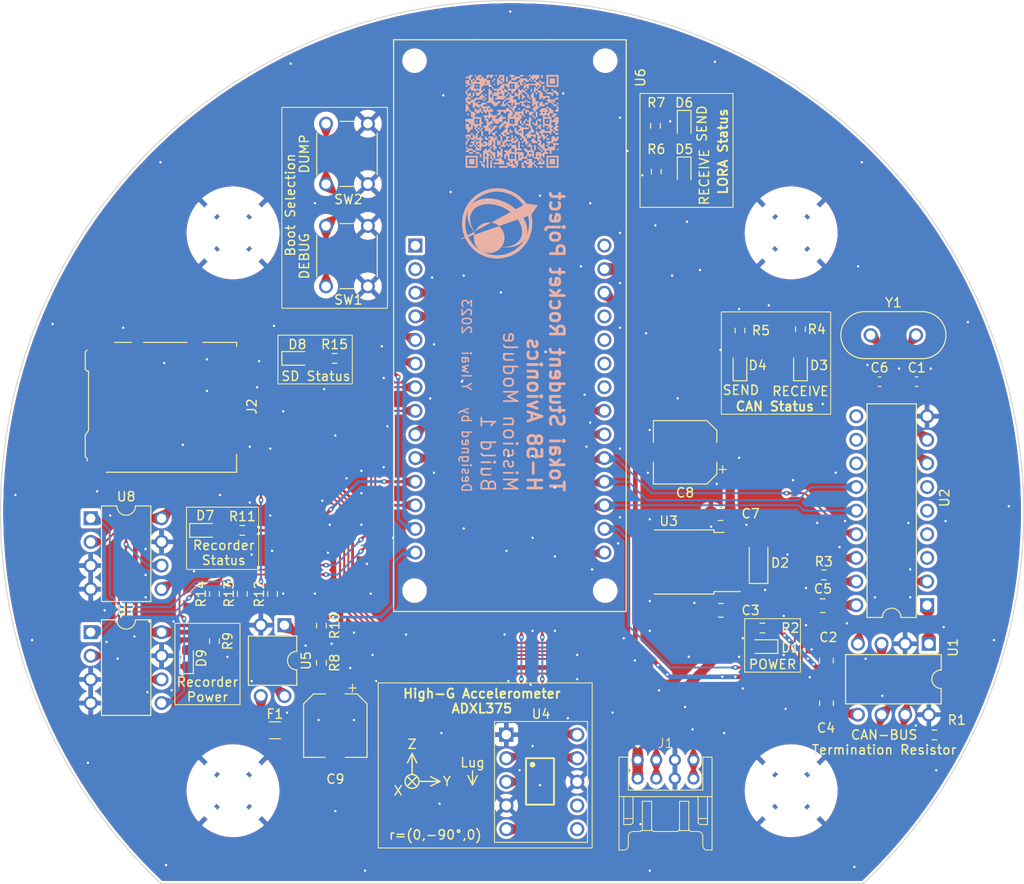
<source format=kicad_pcb>
(kicad_pcb (version 20221018) (generator pcbnew)
  (layers (0 "F.Cu" signal) (31 "B.Cu" signal) (34 "B.Paste" user) (35 "F.Paste" user) (36 "B.SilkS" user "B.Silkscreen") (37 "F.SilkS" user "F.Silkscreen") (38 "B.Mask" user) (39 "F.Mask" user) (44 "Edge.Cuts" user))
  (net 0 "")
  (net 1 "CAN_H")
  (net 2 "GND")
  (net 3 "+5V")
  (net 4 "CAN_L")
  (net 5 "+3.3V")
  (net 6 "CAN_TX")
  (net 7 "CAN_RX")
  (net 8 "OSC1")
  (net 9 "OSC2")
  (net 10 "SPI_CS_MCP")
  (net 11 "SPI_MOSI")
  (net 12 "SPI_SCLK")
  (net 13 "SPI_MISO")
  (net 14 "Net-(D1-A)")
  (net 15 "Net-(F1-Pad2)")
  (net 17 "SPI_CS_SD")
  (net 18 "MEMORY_POWER")
  (net 20 "Net-(D2-A)")
  (net 21 "Net-(D3-A)")
  (net 23 "MEMORY_POWER_CONTROL")
  (net 24 "Net-(D4-A)")
  (net 32 "Net-(U5-~RESET)")
  (net 33 "I2C_SCL")
  (net 34 "I2C_SDA")
  (net 35 "Net-(D5-A)")
  (net 36 "SD_CHECK")
  (net 37 "Net-(R4-Pad2)")
  (net 38 "SPI_CS_FRAM1")
  (net 39 "SPI_CS_FRAM0")
  (net 40 "CAN_RECEIVE_STATUS")
  (net 41 "CAN_SEND_STATUS")
  (net 42 "RECORD_STATUS")
  (net 43 "SD_STATUS")
  (net 44 "DEBUG_MODE")
  (net 45 "DUMP_MODE")
  (net 55 "Net-(D6-A)")
  (net 56 "Net-(D7-A)")
  (net 57 "Net-(D8-A)")
  (net 58 "LORA_RECEIVE_STATUS")
  (net 59 "LORA_SEND_STATUS")
  (net 60 "+12V")
  (footprint "Fuse:Fuse_1206_3216Metric_Pad1.42x1.75mm_HandSolder" (layer "F.Cu") (at 123 128.5 180)
    (fp_text reference "F1" (at 0 1.75 180) (layer "F.SilkS"))
    (fp_text value "Polyfuse")
    (pad "1" smd roundrect (at -1.4875 0 180) (size 1.425 1.75) (layers "F.Cu" "F.Paste" "F.Mask") (roundrect_rratio 0.175439) (net 5 "+3.3V"))
    (pad "2" smd roundrect (at 1.4875 0 180) (size 1.425 1.75) (layers "F.Cu" "F.Paste" "F.Mask") (roundrect_rratio 0.175439) (net 15 "Net-(F1-Pad2)"))
  )
  (footprint "Resistor_SMD:R_0603_1608Metric_Pad0.98x0.95mm_HandSolder" (layer "F.Cu") (at 119.5 107 180)
    (fp_text reference "R11" (at 0 1.5) (layer "F.SilkS"))
    (fp_text value "300Ω")
    (pad "1" smd roundrect (at -0.9125 0 180) (size 0.975 0.95) (layers "F.Cu" "F.Paste" "F.Mask") (net 42 "RECORD_STATUS"))
    (pad "2" smd roundrect (at 0.9125 0 180) (size 0.975 0.95) (layers "F.Cu" "F.Paste" "F.Mask") (net 24 "Net-(D4-A)"))
  )
  (footprint "MountingHole:MountingHole_4.5mm" (layer "F.Cu") (at 178.5 75)
    (fp_text reference "REF**" hide)
    (fp_text value "MountingHole_4.5mm" hide)
    (pad "" np_thru_hole circle locked (at 0 0) (size 4.5 4.5) (drill 4.5) (layers "*.Cu" "*.Mask"))
  )
  (footprint "Resistor_SMD:R_0603_1608Metric_Pad0.98x0.95mm_HandSolder" (layer "F.Cu") (at 163.9125 63.4875 -90)
    (fp_text reference "R7" (at -2.4875 -0.0875 -180) (layer "F.SilkS"))
    (fp_text value "100Ω")
    (pad "1" smd roundrect (at -0.9125 0 270) (size 0.975 0.95) (layers "F.Cu" "F.Paste" "F.Mask") (net 59 "LORA_SEND_STATUS"))
    (pad "2" smd roundrect (at 0.9125 0 270) (size 0.975 0.95) (layers "F.Cu" "F.Paste" "F.Mask") (net 57 "Net-(D8-A)"))
  )
  (footprint "Capacitor_SMD:C_0603_1608Metric_Pad1.08x0.95mm_HandSolder" (layer "F.Cu") (at 188 91)
    (fp_text reference "C6" (at 0 -1.5) (layer "F.SilkS"))
    (fp_text value "15pF")
    (pad "1" smd roundrect (at -0.8625 0) (size 1.075 0.95) (layers "F.Cu" "F.Paste" "F.Mask") (net 2 "GND"))
    (pad "2" smd roundrect (at 0.8625 0) (size 1.075 0.95) (layers "F.Cu" "F.Paste" "F.Mask") (net 9 "OSC2"))
  )
  (footprint "Capacitor_SMD:C_0805_2012Metric_Pad1.18x1.45mm_HandSolder" (layer "F.Cu") (at 182.3 121 90)
    (fp_text reference "C2" (at 2.5 0.2 180) (layer "F.SilkS"))
    (fp_text value "0.1μF")
    (pad "1" smd roundrect (at -1.0375 0 90) (size 1.175 1.45) (layers "F.Cu" "F.Paste" "F.Mask") (roundrect_rratio 0.212766) (net 3 "+5V"))
    (pad "2" smd roundrect (at 1.0375 0 90) (size 1.175 1.45) (layers "F.Cu" "F.Paste" "F.Mask") (roundrect_rratio 0.212766) (net 2 "GND"))
  )
  (footprint "Resistor_SMD:R_0603_1608Metric_Pad0.98x0.95mm_HandSolder" (layer "F.Cu") (at 122.75 113.8375 90)
    (fp_text reference "R12" (at 0 -1.43 90) (layer "F.SilkS"))
    (fp_text value "4.7kΩ")
    (pad "1" smd roundrect (at -0.9125 0 90) (size 0.975 0.95) (layers "F.Cu" "F.Paste" "F.Mask") (net 5 "+3.3V"))
    (pad "2" smd roundrect (at 0.9125 0 90) (size 0.975 0.95) (layers "F.Cu" "F.Paste" "F.Mask") (net 17 "SPI_CS_SD"))
  )
  (footprint "Resistor_SMD:R_0603_1608Metric_Pad0.98x0.95mm_HandSolder" (layer "F.Cu") (at 182.0075 111.79)
    (fp_text reference "R3" (at 0 -1.43) (layer "F.SilkS"))
    (fp_text value "10kΩ")
    (pad "1" smd roundrect (at -0.9125 0) (size 0.975 0.95) (layers "F.Cu" "F.Paste" "F.Mask") (net 5 "+3.3V"))
    (pad "2" smd roundrect (at 0.9125 0) (size 0.975 0.95) (layers "F.Cu" "F.Paste" "F.Mask") (net 32 "Net-(U5-~RESET)"))
  )
  (footprint "LED_SMD:LED_0603_1608Metric_Pad1.05x0.95mm_HandSolder" (layer "F.Cu") (at 167 68.5 -90)
    (fp_text reference "D5" (at -2.5 0 -180) (layer "F.SilkS"))
    (fp_text value "ORANGE")
    (pad "1" smd roundrect (at -0.875 0 270) (size 1.05 0.95) (layers "F.Cu" "F.Paste" "F.Mask") (net 2 "GND"))
    (pad "2" smd roundrect (at 0.875 0 270) (size 1.05 0.95) (layers "F.Cu" "F.Paste" "F.Mask") (net 56 "Net-(D7-A)"))
  )
  (footprint "Package_DIP:DIP-8_W7.62mm" (layer "F.Cu") (at 103.2 105.7)
    (fp_text reference "U8" (at 3.81 -2.33) (layer "F.SilkS"))
    (fp_text value "MB85RS2MT")
    (pad "1" thru_hole rect (at 0 0) (size 1.5 1.5) (drill 1) (layers "*.Cu" "*.Mask") (net 39 "SPI_CS_FRAM0"))
    (pad "2" thru_hole circle (at 0 2.54) (size 1.5 1.5) (drill 1) (layers "*.Cu" "*.Mask") (net 13 "SPI_MISO"))
    (pad "3" thru_hole circle (at 0 5.08) (size 1.5 1.5) (drill 1) (layers "*.Cu" "*.Mask") (net 2 "GND"))
    (pad "4" thru_hole circle (at 0 7.62) (size 1.5 1.5) (drill 1) (layers "*.Cu" "*.Mask") (net 2 "GND"))
    (pad "5" thru_hole circle (at 7.62 7.62) (size 1.5 1.5) (drill 1) (layers "*.Cu" "*.Mask") (net 11 "SPI_MOSI"))
    (pad "6" thru_hole circle (at 7.62 5.08) (size 1.5 1.5) (drill 1) (layers "*.Cu" "*.Mask") (net 12 "SPI_SCLK"))
    (pad "7" thru_hole circle (at 7.62 2.54) (size 1.5 1.5) (drill 1) (layers "*.Cu" "*.Mask") (net 2 "GND"))
    (pad "8" thru_hole circle (at 7.62 0) (size 1.5 1.5) (drill 1) (layers "*.Cu" "*.Mask") (net 18 "MEMORY_POWER"))
  )
  (footprint "Button_Switch_THT:SW_PUSH_6mm" (layer "F.Cu") (at 133 63.25 -90)
    (fp_text reference "SW2" (at 8.15 2.1) (layer "F.SilkS"))
    (fp_text value "SW_Push")
    (pad "1" thru_hole circle (at 0 0) (size 1.5 1.5) (drill 1) (layers "*.Cu" "*.Mask") (net 2 "GND"))
    (pad "1" thru_hole circle (at 6.5 0) (size 1.5 1.5) (drill 1) (layers "*.Cu" "*.Mask") (net 2 "GND"))
    (pad "2" thru_hole circle (at 0 4.5) (size 1.5 1.5) (drill 1) (layers "*.Cu" "*.Mask") (net 45 "DUMP_MODE"))
    (pad "2" thru_hole circle (at 6.5 4.5) (size 1.5 1.5) (drill 1) (layers "*.Cu" "*.Mask") (net 45 "DUMP_MODE"))
  )
  (footprint "LED_SMD:LED_0603_1608Metric_Pad1.05x0.95mm_HandSolder" (layer "F.Cu") (at 179.5 89.25 90)
    (fp_text reference "D3" (at 0 2) (layer "F.SilkS"))
    (fp_text value "ORANGE")
    (pad "1" smd roundrect (at -0.875 0 90) (size 1.05 0.95) (layers "F.Cu" "F.Paste" "F.Mask") (net 2 "GND"))
    (pad "2" smd roundrect (at 0.875 0 90) (size 1.05 0.95) (layers "F.Cu" "F.Paste" "F.Mask") (net 20 "Net-(D2-A)"))
  )
  (footprint "Package_DIP:DIP-4_W7.62mm" (layer "F.Cu") (at 124.025 117.2 -90)
    (fp_text reference "U5" (at 3.81 -2.33 90) (layer "F.SilkS"))
    (fp_text value "TLP222A")
    (pad "1" thru_hole rect (at 0 0 270) (size 1.5 1.5) (drill 1) (layers "*.Cu" "*.Mask") (net 37 "Net-(R4-Pad2)"))
    (pad "2" thru_hole circle (at 0 2.54 270) (size 1.5 1.5) (drill 1) (layers "*.Cu" "*.Mask") (net 2 "GND"))
    (pad "3" thru_hole circle (at 7.62 2.54 270) (size 1.5 1.5) (drill 1) (layers "*.Cu" "*.Mask") (net 15 "Net-(F1-Pad2)"))
    (pad "4" thru_hole circle (at 7.62 0 270) (size 1.5 1.5) (drill 1) (layers "*.Cu" "*.Mask") (net 18 "MEMORY_POWER"))
  )
  (footprint "Resistor_SMD:R_0603_1608Metric_Pad0.98x0.95mm_HandSolder" (layer "F.Cu") (at 129.4125 88.5 180)
    (fp_text reference "R15" (at 0 1.5) (layer "F.SilkS"))
    (fp_text value "300Ω")
    (pad "1" smd roundrect (at -0.9125 0 180) (size 0.975 0.95) (layers "F.Cu" "F.Paste" "F.Mask") (net 43 "SD_STATUS"))
    (pad "2" smd roundrect (at 0.9125 0 180) (size 0.975 0.95) (layers "F.Cu" "F.Paste" "F.Mask") (net 35 "Net-(D5-A)"))
  )
  (footprint "Capacitor_SMD:CP_Elec_6.3x7.7" (layer "F.Cu") (at 167.1 98.6 180)
    (fp_text reference "C8" (at 0 -4.35) (layer "F.SilkS"))
    (fp_text value "100μF")
    (pad "1" smd roundrect (at -2.7 0 180) (size 3.5 1.6) (layers "F.Cu" "F.Paste" "F.Mask") (roundrect_rratio 0.15625) (net 3 "+5V"))
    (pad "2" smd roundrect (at 2.7 0 180) (size 3.5 1.6) (layers "F.Cu" "F.Paste" "F.Mask") (roundrect_rratio 0.15625) (net 2 "GND"))
  )
  (footprint "Resistor_SMD:R_0603_1608Metric_Pad0.98x0.95mm_HandSolder" (layer "F.Cu") (at 164 68.4125 -90)
    (fp_text reference "R6" (at -2.4125 0 -180) (layer "F.SilkS"))
    (fp_text value "100Ω")
    (pad "1" smd roundrect (at -0.9125 0 270) (size 0.975 0.95) (layers "F.Cu" "F.Paste" "F.Mask") (net 58 "LORA_RECEIVE_STATUS"))
    (pad "2" smd roundrect (at 0.9125 0 270) (size 0.975 0.95) (layers "F.Cu" "F.Paste" "F.Mask") (net 56 "Net-(D7-A)"))
  )
  (footprint "Resistor_SMD:R_0603_1608Metric_Pad0.98x0.95mm_HandSolder" (layer "F.Cu") (at 128 121.25 -90)
    (fp_text reference "R8" (at 0 -1.43 -90) (layer "F.SilkS"))
    (fp_text value "120Ω")
    (pad "1" smd roundrect (at -0.9125 0 270) (size 0.975 0.95) (layers "F.Cu" "F.Paste" "F.Mask") (net 37 "Net-(R4-Pad2)"))
    (pad "2" smd roundrect (at 0.9125 0 270) (size 0.975 0.95) (layers "F.Cu" "F.Paste" "F.Mask") (net 2 "GND"))
  )
  (footprint "Resistor_SMD:R_0603_1608Metric_Pad0.98x0.95mm_HandSolder" (layer "F.Cu") (at 179.5 85.3375 -90)
    (fp_text reference "R4" (at 0.0375 -1.75) (layer "F.SilkS"))
    (fp_text value "100Ω")
    (pad "1" smd roundrect (at -0.9125 0 270) (size 0.975 0.95) (layers "F.Cu" "F.Paste" "F.Mask") (net 40 "CAN_RECEIVE_STATUS"))
    (pad "2" smd roundrect (at 0.9125 0 270) (size 0.975 0.95) (layers "F.Cu" "F.Paste" "F.Mask") (net 20 "Net-(D2-A)"))
  )
  (footprint "LED_SMD:LED_0603_1608Metric_Pad1.05x0.95mm_HandSolder" (layer "F.Cu") (at 167 63.4875 -90)
    (fp_text reference "D6" (at -2.4875 0 -180) (layer "F.SilkS"))
    (fp_text value "ORANGE")
    (pad "1" smd roundrect (at -0.875 0 270) (size 1.05 0.95) (layers "F.Cu" "F.Paste" "F.Mask") (net 2 "GND"))
    (pad "2" smd roundrect (at 0.875 0 270) (size 1.05 0.95) (layers "F.Cu" "F.Paste" "F.Mask") (net 57 "Net-(D8-A)"))
  )
  (footprint "Resistor_SMD:R_0603_1608Metric_Pad0.98x0.95mm_HandSolder" (layer "F.Cu") (at 119.5 113.8375 90)
    (fp_text reference "R13" (at 0 -1.43 90) (layer "F.SilkS"))
    (fp_text value "4.7kΩ")
    (pad "1" smd roundrect (at -0.9125 0 90) (size 0.975 0.95) (layers "F.Cu" "F.Paste" "F.Mask") (net 5 "+3.3V"))
    (pad "2" smd roundrect (at 0.9125 0 90) (size 0.975 0.95) (layers "F.Cu" "F.Paste" "F.Mask") (net 39 "SPI_CS_FRAM0"))
  )
  (footprint "LED_SMD:LED_0603_1608Metric_Pad1.05x0.95mm_HandSolder" (layer "F.Cu") (at 173 89.25 90)
    (fp_text reference "D4" (at 0 1.9) (layer "F.SilkS"))
    (fp_text value "ORANGE")
    (pad "1" smd roundrect (at -0.875 0 90) (size 1.05 0.95) (layers "F.Cu" "F.Paste" "F.Mask") (net 2 "GND"))
    (pad "2" smd roundrect (at 0.875 0 90) (size 1.05 0.95) (layers "F.Cu" "F.Paste" "F.Mask") (net 21 "Net-(D3-A)"))
  )
  (footprint "Crystal:Crystal_HC49-U_Vertical" (layer "F.Cu") (at 187.05 86)
    (fp_text reference "Y1" (at 2.45 -3.5) (layer "F.SilkS"))
    (fp_text value "8MHz")
    (pad "1" thru_hole circle (at 0 0) (size 1.5 1.5) (drill 1) (layers "*.Cu" "*.Mask") (net 9 "OSC2"))
    (pad "2" thru_hole circle (at 4.88 0) (size 1.5 1.5) (drill 1) (layers "*.Cu" "*.Mask") (net 8 "OSC1"))
  )
  (footprint "StrawberryLinux_ADXL375_Module:ADXL375" (layer "F.Cu") (at 151.61 127.5525)
    (fp_text reference "U4" (at 0 -0.8025 unlocked) (layer "F.SilkS"))
    (fp_text value "~")
    (pad "1" thru_hole rect (at -3.73 1.42) (size 1.53 1.53) (drill 1.02) (layers "*.Cu" "*.Mask") (net 2 "GND"))
    (pad "2" thru_hole circle (at -3.73 3.96) (size 1.53 1.53) (drill 1.02) (layers "*.Cu" "*.Mask") (net 33 "I2C_SCL"))
    (pad "3" thru_hole circle (at -3.73 6.5) (size 1.53 1.53) (drill 1.02) (layers "*.Cu" "*.Mask") (net 34 "I2C_SDA"))
    (pad "4" thru_hole circle (at -3.73 9.04) (size 1.53 1.53) (drill 1.02) (layers "*.Cu" "*.Mask") (net 2 "GND"))
    (pad "5" thru_hole circle (at -3.73 11.58) (size 1.53 1.53) (drill 1.02) (layers "*.Cu" "*.Mask") (net 5 "+3.3V"))
    (pad "6" thru_hole circle (at 3.89 11.58) (size 1.53 1.53) (drill 1.02) (layers "*.Cu" "*.Mask"))
    (pad "7" thru_hole circle (at 3.89 9.04) (size 1.53 1.53) (drill 1.02) (layers "*.Cu" "*.Mask"))
    (pad "8" thru_hole circle (at 3.89 6.5) (size 1.53 1.53) (drill 1.02) (layers "*.Cu" "*.Mask") (net 2 "GND"))
    (pad "9" thru_hole circle (at 3.89 3.96) (size 1.53 1.53) (drill 1.02) (layers "*.Cu" "*.Mask") (net 5 "+3.3V"))
    (pad "10" thru_hole circle (at 3.89 1.42) (size 1.53 1.53) (drill 1.02) (layers "*.Cu" "*.Mask") (net 5 "+3.3V"))
  )
  (footprint "Resistor_SMD:R_0603_1608Metric_Pad0.98x0.95mm_HandSolder" (layer "F.Cu") (at 116.5 113.8375 90)
    (fp_text reference "R14" (at 0 -1.43 90) (layer "F.SilkS"))
    (fp_text value "4.7kΩ")
    (pad "1" smd roundrect (at -0.9125 0 90) (size 0.975 0.95) (layers "F.Cu" "F.Paste" "F.Mask") (net 5 "+3.3V"))
    (pad "2" smd roundrect (at 0.9125 0 90) (size 0.975 0.95) (layers "F.Cu" "F.Paste" "F.Mask") (net 38 "SPI_CS_FRAM1"))
  )
  (footprint "LED_SMD:LED_0603_1608Metric_Pad1.05x0.95mm_HandSolder" (layer "F.Cu") (at 175.4125 119.5 180)
    (fp_text reference "D1" (at -3 -0.125) (layer "F.SilkS"))
    (fp_text value "RED")
    (pad "1" smd roundrect (at -0.875 0 180) (size 1.05 0.95) (layers "F.Cu" "F.Paste" "F.Mask") (net 2 "GND"))
    (pad "2" smd roundrect (at 0.875 0 180) (size 1.05 0.95) (layers "F.Cu" "F.Paste" "F.Mask") (net 14 "Net-(D1-A)"))
  )
  (footprint "MountingHole:MountingHole_4.5mm" (layer "F.Cu") (at 118.5 135)
    (fp_text reference "REF**" hide)
    (fp_text value "MountingHole_4.5mm" hide)
    (pad "" np_thru_hole circle locked (at 0 0) (size 4.5 4.5) (drill 4.5) (layers "*.Cu" "*.Mask"))
  )
  (footprint "Package_DIP:DIP-8_W7.62mm" (layer "F.Cu") (at 193.3 119.2 -90)
    (fp_text reference "U1" (at 0.4 -2.6 90) (layer "F.SilkS"))
    (fp_text value "MCP2562-E-P")
    (pad "1" thru_hole rect (at 0 0 270) (size 1.5 1.5) (drill 1) (layers "*.Cu" "*.Mask") (net 6 "CAN_TX"))
    (pad "2" thru_hole circle (at 0 2.54 270) (size 1.5 1.5) (drill 1) (layers "*.Cu" "*.Mask") (net 2 "GND"))
    (pad "3" thru_hole circle (at 0 5.08 270) (size 1.5 1.5) (drill 1) (layers "*.Cu" "*.Mask") (net 3 "+5V"))
    (pad "4" thru_hole circle (at 0 7.62 270) (size 1.5 1.5) (drill 1) (layers "*.Cu" "*.Mask") (net 7 "CAN_RX"))
    (pad "5" thru_hole circle (at 7.62 7.62 270) (size 1.5 1.5) (drill 1) (layers "*.Cu" "*.Mask") (net 5 "+3.3V"))
    (pad "6" thru_hole circle (at 7.62 5.08 270) (size 1.5 1.5) (drill 1) (layers "*.Cu" "*.Mask") (net 4 "CAN_L"))
    (pad "7" thru_hole circle (at 7.62 2.54 270) (size 1.5 1.5) (drill 1) (layers "*.Cu" "*.Mask") (net 1 "CAN_H"))
    (pad "8" thru_hole circle (at 7.62 0 270) (size 1.5 1.5) (drill 1) (layers "*.Cu" "*.Mask") (net 2 "GND"))
  )
  (footprint "ABX00012:ARDUINO_ABX00012" (layer "F.Cu") (at 135.7625 54.225 -90)
    (fp_text reference "U6" (at 4.075 -26.535 -90) (layer "F.SilkS"))
    (fp_text value "ABX00012")
    (pad "" np_thru_hole circle locked (at 2.25 -22.75 270) (size 2.25 2.25) (drill 2.25) (layers "*.Cu" "*.Mask"))
    (pad "" np_thru_hole circle locked (at 2.25 -2.25 270) (size 2.25 2.25) (drill 2.25) (layers "*.Cu" "*.Mask"))
    (pad "" np_thru_hole circle locked (at 59.25 -22.75 270) (size 2.25 2.25) (drill 2.25) (layers "*.Cu" "*.Mask"))
    (pad "" np_thru_hole circle locked (at 59.25 -2.25 270) (size 2.25 2.25) (drill 2.25) (layers "*.Cu" "*.Mask"))
    (pad "1" thru_hole rect locked (at 22.1348 -2.34 270) (size 1.508 1.508) (drill 1) (layers "*.Cu" "*.Mask"))
    (pad "2" thru_hole circle locked (at 24.6748 -2.34 270) (size 1.508 1.508) (drill 1) (layers "*.Cu" "*.Mask"))
    (pad "3" thru_hole circle locked (at 27.2148 -2.34 270) (size 1.508 1.508) (drill 1) (layers "*.Cu" "*.Mask") (net 59 "LORA_SEND_STATUS"))
    (pad "4" thru_hole circle locked (at 29.7548 -2.34 270) (size 1.508 1.508) (drill 1) (layers "*.Cu" "*.Mask") (net 58 "LORA_RECEIVE_STATUS"))
    (pad "5" thru_hole circle locked (at 32.2948 -2.34 270) (size 1.508 1.508) (drill 1) (layers "*.Cu" "*.Mask") (net 45 "DUMP_MODE"))
    (pad "6" thru_hole circle locked (at 34.8348 -2.34 270) (size 1.508 1.508) (drill 1) (layers "*.Cu" "*.Mask") (net 44 "DEBUG_MODE"))
    (pad "7" thru_hole circle locked (at 37.3748 -2.34 270) (size 1.508 1.508) (drill 1) (layers "*.Cu" "*.Mask") (net 38 "SPI_CS_FRAM1"))
    (pad "8" thru_hole circle locked (at 39.9148 -2.34 270) (size 1.508 1.508) (drill 1) (layers "*.Cu" "*.Mask") (net 39 "SPI_CS_FRAM0"))
    (pad "9" thru_hole circle locked (at 42.4548 -2.34 270) (size 1.508 1.508) (drill 1) (layers "*.Cu" "*.Mask") (net 40 "CAN_RECEIVE_STATUS"))
    (pad "10" thru_hole circle locked (at 44.9948 -2.34 270) (size 1.508 1.508) (drill 1) (layers "*.Cu" "*.Mask") (net 41 "CAN_SEND_STATUS"))
    (pad "11" thru_hole circle locked (at 47.5348 -2.34 270) (size 1.508 1.508) (drill 1) (layers "*.Cu" "*.Mask") (net 42 "RECORD_STATUS"))
    (pad "12" thru_hole circle locked (at 50.0748 -2.34 270) (size 1.508 1.508) (drill 1) (layers "*.Cu" "*.Mask") (net 36 "SD_CHECK"))
    (pad "13" thru_hole circle locked (at 52.6148 -2.34 270) (size 1.508 1.508) (drill 1) (layers "*.Cu" "*.Mask") (net 43 "SD_STATUS"))
    (pad "14" thru_hole circle locked (at 55.1548 -2.34 270) (size 1.508 1.508) (drill 1) (layers "*.Cu" "*.Mask") (net 23 "MEMORY_POWER_CONTROL"))
    (pad "15" thru_hole circle locked (at 55.1548 -22.66 270) (size 1.508 1.508) (drill 1) (layers "*.Cu" "*.Mask") (net 17 "SPI_CS_SD"))
    (pad "16" thru_hole circle locked (at 52.6148 -22.66 270) (size 1.508 1.508) (drill 1) (layers "*.Cu" "*.Mask") (net 10 "SPI_CS_MCP"))
    (pad "17" thru_hole circle locked (at 50.0748 -22.66 270) (size 1.508 1.508) (drill 1) (layers "*.Cu" "*.Mask") (net 11 "SPI_MOSI"))
    (pad "18" thru_hole circle locked (at 47.5348 -22.66 270) (size 1.508 1.508) (drill 1) (layers "*.Cu" "*.Mask") (net 12 "SPI_SCLK"))
    (pad "19" thru_hole circle locked (at 44.9948 -22.66 270) (size 1.508 1.508) (drill 1) (layers "*.Cu" "*.Mask") (net 13 "SPI_MISO"))
    (pad "20" thru_hole circle locked (at 42.4548 -22.66 270) (size 1.508 1.508) (drill 1) (layers "*.Cu" "*.Mask") (net 34 "I2C_SDA"))
    (pad "21" thru_hole circle locked (at 39.9148 -22.66 270) (size 1.508 1.508) (drill 1) (layers "*.Cu" "*.Mask") (net 33 "I2C_SCL"))
    (pad "22" thru_hole circle locked (at 37.3748 -22.66 270) (size 1.508 1.508) (drill 1) (layers "*.Cu" "*.Mask"))
    (pad "23" thru_hole circle locked (at 34.8348 -22.66 270) (size 1.508 1.508) (drill 1) (layers "*.Cu" "*.Mask"))
    (pad "24" thru_hole circle locked (at 32.2948 -22.66 270) (size 1.508 1.508) (drill 1) (layers "*.Cu" "*.Mask"))
    (pad "25" thru_hole circle locked (at 29.7548 -22.66 270) (size 1.508 1.508) (drill 1) (layers "*.Cu" "*.Mask"))
    (pad "26" thru_hole circle locked (at 27.2148 -22.66 270) (size 1.508 1.508) (drill 1) (layers "*.Cu" "*.Mask") (net 5 "+3.3V"))
    (pad "27" thru_hole circle locked (at 24.6748 -22.66 270) (size 1.508 1.508) (drill 1) (layers "*.Cu" "*.Mask") (net 3 "+5V"))
    (pad "28" thru_hole circle locked (at 22.1348 -22.66 270) (size 1.508 1.508) (drill 1) (layers "*.Cu" "*.Mask"))
  )
  (footprint "Package_TO_SOT_SMD:TO-252-3_TabPin2" (layer "F.Cu") (at 166.9 110.4 180)
    (fp_text reference "U3" (at 1.56 4.4) (layer "F.SilkS"))
    (fp_text value "NJM7805SDL1")
    (pad "1" smd roundrect (at -5.04 -2.28 180) (size 2.2 1.2) (layers "F.Cu" "F.Paste" "F.Mask") (roundrect_rratio 0.208333) (net 60 "+12V"))
    (pad "2" smd roundrect (at -5.04 0 180) (size 2.2 1.2) (layers "F.Cu" "F.Paste" "F.Mask") (roundrect_rratio 0.208333) (net 2 "GND"))
    (pad "2" smd roundrect (at -0.415 -1.525 180) (size 3.05 2.75) (layers "F.Cu" "F.Paste") (roundrect_rratio 0.090909) (net 2 "GND"))
    (pad "2" smd roundrect (at -0.415 1.525 180) (size 3.05 2.75) (layers "F.Cu" "F.Paste") (roundrect_rratio 0.090909) (net 2 "GND"))
    (pad "2" smd roundrect (at 1.26 0 180) (size 6.4 5.8) (layers "F.Cu" "F.Mask") (roundrect_rratio 0.043103) (net 2 "GND"))
    (pad "2" smd roundrect (at 2.935 -1.525 180) (size 3.05 2.75) (layers "F.Cu" "F.Paste") (roundrect_rratio 0.090909) (net 2 "GND"))
    (pad "2" smd roundrect (at 2.935 1.525 180) (size 3.05 2.75) (layers "F.Cu" "F.Paste") (roundrect_rratio 0.090909) (net 2 "GND"))
    (pad "3" smd roundrect (at -5.04 2.28 180) (size 2.2 1.2) (layers "F.Cu" "F.Paste" "F.Mask") (roundrect_rratio 0.208333) (net 3 "+5V"))
  )
  (footprint "Capacitor_SMD:C_0805_2012Metric_Pad1.18x1.45mm_HandSolder" (layer "F.Cu") (at 170.9025 105.2 180)
    (fp_text reference "C7" (at -3.2375 0) (layer "F.SilkS"))
    (fp_text value "0.1μF")
    (pad "1" smd roundrect (at -1.0375 0 180) (size 1.175 1.45) (layers "F.Cu" "F.Paste" "F.Mask") (roundrect_rratio 0.212766) (net 3 "+5V"))
    (pad "2" smd roundrect (at 1.0375 0 180) (size 1.175 1.45) (layers "F.Cu" "F.Paste" "F.Mask") (roundrect_rratio 0.212766) (net 2 "GND"))
  )
  (footprint "MountingHole:MountingHole_4.5mm" (layer "F.Cu") (at 178.5 135)
    (fp_text reference "REF**" hide)
    (fp_text value "MountingHole_4.5mm" hide)
    (pad "" np_thru_hole circle locked (at 0 0) (size 4.5 4.5) (drill 4.5) (layers "*.Cu" "*.Mask"))
  )
  (footprint "Capacitor_SMD:C_0805_2012Metric_Pad1.18x1.45mm_HandSolder" (layer "F.Cu") (at 170.94 115.6 180)
    (fp_text reference "C3" (at -3.2 0) (layer "F.SilkS"))
    (fp_text value "0.33μF")
    (pad "1" smd roundrect (at -1.0375 0 180) (size 1.175 1.45) (layers "F.Cu" "F.Paste" "F.Mask") (roundrect_rratio 0.212766) (net 60 "+12V"))
    (pad "2" smd roundrect (at 1.0375 0 180) (size 1.175 1.45) (layers "F.Cu" "F.Paste" "F.Mask") (roundrect_rratio 0.212766) (net 2 "GND"))
  )
  (footprint "LED_SMD:LED_0603_1608Metric_Pad1.05x0.95mm_HandSolder" (layer "F.Cu") (at 115.5 107)
    (fp_text reference "D7" (at 0 -1.6) (layer "F.SilkS"))
    (fp_text value "GREEN")
    (pad "1" smd roundrect (at -0.875 0) (size 1.05 0.95) (layers "F.Cu" "F.Paste" "F.Mask") (net 2 "GND"))
    (pad "2" smd roundrect (at 0.875 0) (size 1.05 0.95) (layers "F.Cu" "F.Paste" "F.Mask") (net 24 "Net-(D4-A)"))
  )
  (footprint "Capacitor_SMD:CP_Elec_6.3x7.7" (layer "F.Cu") (at 129.5 128 -90)
    (fp_text reference "C9" (at 5.75 0 -180) (layer "F.SilkS"))
    (fp_text value "100μF")
    (pad "1" smd roundrect (at -2.7 0 270) (size 3.5 1.6) (layers "F.Cu" "F.Paste" "F.Mask") (roundrect_rratio 0.15625) (net 5 "+3.3V"))
    (pad "2" smd roundrect (at 2.7 0 270) (size 3.5 1.6) (layers "F.Cu" "F.Paste" "F.Mask") (roundrect_rratio 0.15625) (net 2 "GND"))
  )
  (footprint "Package_DIP:DIP-8_W7.62mm" (layer "F.Cu") (at 103.2 117.95)
    (fp_text reference "U7" (at 3.81 -2.33) (layer "F.SilkS"))
    (fp_text value "MB85RS2MT")
    (pad "1" thru_hole rect (at 0 0) (size 1.5 1.5) (drill 1) (layers "*.Cu" "*.Mask") (net 38 "SPI_CS_FRAM1"))
    (pad "2" thru_hole circle (at 0 2.54) (size 1.5 1.5) (drill 1) (layers "*.Cu" "*.Mask") (net 13 "SPI_MISO"))
    (pad "3" thru_hole circle (at 0 5.08) (size 1.5 1.5) (drill 1) (layers "*.Cu" "*.Mask") (net 2 "GND"))
    (pad "4" thru_hole circle (at 0 7.62) (size 1.5 1.5) (drill 1) (layers "*.Cu" "*.Mask") (net 2 "GND"))
    (pad "5" thru_hole circle (at 7.62 7.62) (size 1.5 1.5) (drill 1) (layers "*.Cu" "*.Mask") (net 11 "SPI_MOSI"))
    (pad "6" thru_hole circle (at 7.62 5.08) (size 1.5 1.5) (drill 1) (layers "*.Cu" "*.Mask") (net 12 "SPI_SCLK"))
    (pad "7" thru_hole circle (at 7.62 2.54) (size 1.5 1.5) (drill 1) (layers "*.Cu" "*.Mask") (net 2 "GND"))
    (pad "8" thru_hole circle (at 7.62 0) (size 1.5 1.5) (drill 1) (layers "*.Cu" "*.Mask") (net 18 "MEMORY_POWER"))
  )
  (footprint "Diode_SMD:D_SOD-123F" (layer "F.Cu") (at 175 110.5 90)
    (fp_text reference "D2" (at 0 2.3 180) (layer "F.SilkS"))
    (fp_text value "1N4007")
    (pad "1" smd roundrect (at -1.4 0 90) (size 1.1 1.1) (layers "F.Cu" "F.Paste" "F.Mask") (roundrect_rratio 0.2272727273) (net 60 "+12V"))
    (pad "2" smd roundrect (at 1.4 0 90) (size 1.1 1.1) (layers "F.Cu" "F.Paste" "F.Mask") (roundrect_rratio 0.2272727273) (net 3 "+5V"))
  )
  (footprint "Resistor_SMD:R_0603_1608Metric_Pad0.98x0.95mm_HandSolder" (layer "F.Cu") (at 175.4125 117.5 180)
    (fp_text reference "R2" (at -3 0 180) (layer "F.SilkS"))
    (fp_text value "620Ω")
    (pad "1" smd roundrect (at -0.9125 0 180) (size 0.975 0.95) (layers "F.Cu" "F.Paste" "F.Mask") (net 3 "+5V"))
    (pad "2" smd roundrect (at 0.9125 0 180) (size 0.975 0.95) (layers "F.Cu" "F.Paste" "F.Mask") (net 14 "Net-(D1-A)"))
  )
  (footprint "Capacitor_SMD:C_0805_2012Metric_Pad1.18x1.45mm_HandSolder" (layer "F.Cu") (at 182.3 125.6 90)
    (fp_text reference "C4" (at -2.65 -0.05) (layer "F.SilkS"))
    (fp_text value "0.1μF")
    (pad "1" smd roundrect (at -1.0375 0 90) (size 1.175 1.45) (layers "F.Cu" "F.Paste" "F.Mask") (roundrect_rratio 0.212766) (net 5 "+3.3V"))
    (pad "2" smd roundrect (at 1.0375 0 90) (size 1.175 1.45) (layers "F.Cu" "F.Paste" "F.Mask") (roundrect_rratio 0.212766) (net 2 "GND"))
  )
  (footprint "Resistor_SMD:R_0603_1608Metric_Pad0.98x0.95mm_HandSolder" (layer "F.Cu") (at 193.9 129)
    (fp_text reference "R1" (at 2.4 -1.6 180) (layer "F.SilkS"))
    (fp_text value "120Ω")
    (pad "1" smd roundrect (at -0.9125 0) (size 0.975 0.95) (layers "F.Cu" "F.Paste" "F.Mask") (net 1 "CAN_H"))
    (pad "2" smd roundrect (at 0.9125 0) (size 0.975 0.95) (layers "F.Cu" "F.Paste" "F.Mask") (net 4 "CAN_L"))
  )
  (footprint "MountingHole:MountingHole_4.5mm" (layer "F.Cu") (at 118.5 75)
    (fp_text reference "REF**" hide)
    (fp_text value "MountingHole_4.5mm" hide)
    (pad "" np_thru_hole circle locked (at 0 0) (size 4.5 4.5) (drill 4.5) (layers "*.Cu" "*.Mask"))
  )
  (footprint "Button_Switch_THT:SW_PUSH_6mm" (layer "F.Cu") (at 133 74.25 -90)
    (fp_text reference "SW1" (at 7.95 2.1 -180) (layer "F.SilkS"))
    (fp_text value "SW_Push")
    (pad "1" thru_hole circle (at 0 0) (size 1.5 1.5) (drill 1) (layers "*.Cu" "*.Mask") (net 2 "GND"))
    (pad "1" thru_hole circle (at 6.5 0) (size 1.5 1.5) (drill 1) (layers "*.Cu" "*.Mask") (net 2 "GND"))
    (pad "2" thru_hole circle (at 0 4.5) (size 1.5 1.5) (drill 1) (layers "*.Cu" "*.Mask") (net 44 "DEBUG_MODE"))
    (pad "2" thru_hole circle (at 6.5 4.5) (size 1.5 1.5) (drill 1) (layers "*.Cu" "*.Mask") (net 44 "DEBUG_MODE"))
  )
  (footprint "Capacitor_SMD:C_0603_1608Metric_Pad1.08x0.95mm_HandSolder" (layer "F.Cu") (at 192 91 180)
    (fp_text reference "C1" (at 0 1.5) (layer "F.SilkS"))
    (fp_text value "15pF")
    (pad "1" smd roundrect (at -0.8625 0 180) (size 1.075 0.95) (layers "F.Cu" "F.Paste" "F.Mask") (net 2 "GND"))
    (pad "2" smd roundrect (at 0.8625 0 180) (size 1.075 0.95) (layers "F.Cu" "F.Paste" "F.Mask") (net 8 "OSC1"))
  )
  (footprint "LED_SMD:LED_0603_1608Metric_Pad1.05x0.95mm_HandSolder" (layer "F.Cu") (at 125.4125 88.5)
    (fp_text reference "D8" (at 0 -1.5) (layer "F.SilkS"))
    (fp_text value "GREEN")
    (pad "1" smd roundrect (at -0.875 0) (size 1.05 0.95) (layers "F.Cu" "F.Paste" "F.Mask") (net 2 "GND"))
    (pad "2" smd roundrect (at 0.875 0) (size 1.05 0.95) (layers "F.Cu" "F.Paste" "F.Mask") (net 35 "Net-(D5-A)"))
  )
  (footprint "LED_SMD:LED_0603_1608Metric_Pad1.05x0.95mm_HandSolder" (layer "F.Cu") (at 113.5 120.75 90)
    (fp_text reference "D9" (at 0 1.6 90) (layer "F.SilkS"))
    (fp_text value "RED")
    (pad "1" smd roundrect (at -0.875 0 90) (size 1.05 0.95) (layers "F.Cu" "F.Paste" "F.Mask") (net 2 "GND"))
    (pad "2" smd roundrect (at 0.875 0 90) (size 1.05 0.95) (layers "F.Cu" "F.Paste" "F.Mask") (net 55 "Net-(D6-A)"))
  )
  (footprint "Resistor_SMD:R_0603_1608Metric_Pad0.98x0.95mm_HandSolder" (layer "F.Cu") (at 128 117.25 -90)
    (fp_text reference "R10" (at 0 -1.43 -90) (layer "F.SilkS"))
    (fp_text value "120Ω")
    (pad "1" smd roundrect (at -0.9125 0 270) (size 0.975 0.95) (layers "F.Cu" "F.Paste" "F.Mask") (net 23 "MEMORY_POWER_CONTROL"))
    (pad "2" smd roundrect (at 0.9125 0 270) (size 0.975 0.95) (layers "F.Cu" "F.Paste" "F.Mask") (net 37 "Net-(R4-Pad2)"))
  )
  (footprint "Connector_Card:microSD_HC_Hirose_DM3AT-SF-PEJM5" (layer "F.Cu") (at 111 93.75 -90)
    (fp_text reference "J2" (at -0.075 -9.525 90) (layer "F.SilkS"))
    (fp_text value "Micro_SD_Card_Det_Hirose_DM3AT")
    (pad "1" smd rect (at 2.775 -7.725 270) (size 0.7 1.2) (layers "F.Cu" "F.Paste" "F.Mask"))
    (pad "2" smd rect (at 1.675 -7.725 270) (size 0.7 1.2) (layers "F.Cu" "F.Paste" "F.Mask") (net 17 "SPI_CS_SD"))
    (pad "3" smd rect (at 0.575 -7.725 270) (size 0.7 1.2) (layers "F.Cu" "F.Paste" "F.Mask") (net 11 "SPI_MOSI"))
    (pad "4" smd rect (at -0.525 -7.725 270) (size 0.7 1.2) (layers "F.Cu" "F.Paste" "F.Mask") (net 18 "MEMORY_POWER"))
    (pad "5" smd rect (at -1.625 -7.725 270) (size 0.7 1.2) (layers "F.Cu" "F.Paste" "F.Mask") (net 12 "SPI_SCLK"))
    (pad "6" smd rect (at -2.725 -7.725 270) (size 0.7 1.2) (layers "F.Cu" "F.Paste" "F.Mask") (net 2 "GND"))
    (pad "7" smd rect (at -3.825 -7.725 270) (size 0.7 1.2) (layers "F.Cu" "F.Paste" "F.Mask") (net 13 "SPI_MISO"))
    (pad "8" smd rect (at -4.925 -7.725 270) (size 0.7 1.2) (layers "F.Cu" "F.Paste" "F.Mask"))
    (pad "9" smd rect (at -5.875 -7.725 270) (size 0.7 1.2) (layers "F.Cu" "F.Paste" "F.Mask") (net 2 "GND"))
    (pad "10" smd rect (at -6.825 2.775 270) (size 1 0.8) (layers "F.Cu" "F.Paste" "F.Mask") (net 36 "SD_CHECK"))
    (pad "11" smd rect (at -6.825 -3.425 270) (size 1 1.2) (layers "F.Cu" "F.Paste" "F.Mask"))
    (pad "11" smd rect (at -6.825 6.925 270) (size 1 2.8) (layers "F.Cu" "F.Paste" "F.Mask"))
    (pad "11" smd rect (at 4.325 -7.725 270) (size 1 1.2) (layers "F.Cu" "F.Paste" "F.Mask"))
    (pad "11" smd rect (at 6.675 7.375 270) (size 1.3 1.9) (layers "F.Cu" "F.Paste" "F.Mask"))
    (zone (net 0) (net_name "") (layer "F.Cu") (connect_pads (clearance 0)) (min_thickness 0.254)
      (keepout (tracks not_allowed) (vias not_allowed) (pads not_allowed) (copperpour not_allowed) (footprints not_allowed))
      (fill (thermal_gap 0.508) (thermal_bridge_width 0.508))
      (polygon (pts (xy 104.025 96.675) (xy 104.025 99.225) (xy 102.675 99.225) (xy 102.675 96.675)))
    )
    (zone (net 0) (net_name "") (layer "F.Cu") (connect_pads (clearance 0)) (min_thickness 0.254)
      (keepout (tracks not_allowed) (vias not_allowed) (pads not_allowed) (copperpour not_allowed) (footprints not_allowed))
      (fill (thermal_gap 0.508) (thermal_bridge_width 0.508))
      (polygon (pts (xy 110.225 87.275) (xy 110.225 86.525) (xy 113.825 86.525) (xy 113.825 87.275)))
    )
    (zone (net 0) (net_name "") (layer "F.Cu") (connect_pads (clearance 0)) (min_thickness 0.254)
      (keepout (tracks not_allowed) (vias not_allowed) (pads not_allowed) (copperpour not_allowed) (footprints not_allowed))
      (fill (thermal_gap 0.508) (thermal_bridge_width 0.508))
      (polygon (pts (xy 112.125 97.025) (xy 112.125 88.325) (xy 113.725 88.325) (xy 113.725 97.025)))
    )
    (zone (net 0) (net_name "") (layer "F.Cu") (connect_pads (clearance 0)) (min_thickness 0.254)
      (keepout (tracks not_allowed) (vias not_allowed) (pads not_allowed) (copperpour not_allowed) (footprints not_allowed))
      (fill (thermal_gap 0.508) (thermal_bridge_width 0.508))
      (polygon (pts (xy 112.425 87.625) (xy 112.425 88.325) (xy 104.825 88.325) (xy 104.825 87.625)))
    )
    (zone (net 0) (net_name "") (layer "F.Cu") (connect_pads (clearance 0)) (min_thickness 0.254)
      (keepout (tracks not_allowed) (vias not_allowed) (pads not_allowed) (copperpour not_allowed) (footprints not_allowed))
      (fill (thermal_gap 0.508) (thermal_bridge_width 0.508))
      (polygon (pts (xy 115.025 87.275) (xy 115.025 86.525) (xy 118.275 86.525) (xy 118.275 87.275)))
    )
  )
  (footprint "Capacitor_SMD:C_0805_2012Metric_Pad1.18x1.45mm_HandSolder" (layer "F.Cu") (at 181.8825 115.1 180)
    (fp_text reference "C5" (at -0.0375 1.81) (layer "F.SilkS"))
    (fp_text value "0.1μF")
    (pad "1" smd roundrect (at -1.0375 0 180) (size 1.175 1.45) (layers "F.Cu" "F.Paste" "F.Mask") (roundrect_rratio 0.212766) (net 5 "+3.3V"))
    (pad "2" smd roundrect (at 1.0375 0 180) (size 1.175 1.45) (layers "F.Cu" "F.Paste" "F.Mask") (roundrect_rratio 0.212766) (net 2 "GND"))
  )
  (footprint "Package_DIP:DIP-18_W7.62mm" (layer "F.Cu") (at 193.12 115.04 180)
    (fp_text reference "U2" (at -1.88 11.54 270) (layer "F.SilkS"))
    (fp_text value "MCP2515-I/P")
    (pad "1" thru_hole rect (at 0 0 180) (size 1.5 1.5) (drill 1) (layers "*.Cu" "*.Mask") (net 6 "CAN_TX"))
    (pad "2" thru_hole circle (at 0 2.54 180) (size 1.5 1.5) (drill 1) (layers "*.Cu" "*.Mask") (net 7 "CAN_RX"))
    (pad "3" thru_hole circle (at 0 5.08 180) (size 1.5 1.5) (drill 1) (layers "*.Cu" "*.Mask"))
    (pad "4" thru_hole circle (at 0 7.62 180) (size 1.5 1.5) (drill 1) (layers "*.Cu" "*.Mask"))
    (pad "5" thru_hole circle (at 0 10.16 180) (size 1.5 1.5) (drill 1) (layers "*.Cu" "*.Mask"))
    (pad "6" thru_hole circle (at 0 12.7 180) (size 1.5 1.5) (drill 1) (layers "*.Cu" "*.Mask"))
    (pad "7" thru_hole circle (at 0 15.24 180) (size 1.5 1.5) (drill 1) (layers "*.Cu" "*.Mask") (net 9 "OSC2"))
    (pad "8" thru_hole circle (at 0 17.78 180) (size 1.5 1.5) (drill 1) (layers "*.Cu" "*.Mask") (net 8 "OSC1"))
    (pad "9" thru_hole circle (at 0 20.32 180) (size 1.5 1.5) (drill 1) (layers "*.Cu" "*.Mask") (net 2 "GND"))
    (pad "10" thru_hole circle (at 7.62 20.32 180) (size 1.5 1.5) (drill 1) (layers "*.Cu" "*.Mask"))
    (pad "11" thru_hole circle (at 7.62 17.78 180) (size 1.5 1.5) (drill 1) (layers "*.Cu" "*.Mask"))
    (pad "12" thru_hole circle (at 7.62 15.24 180) (size 1.5 1.5) (drill 1) (layers "*.Cu" "*.Mask"))
    (pad "13" thru_hole circle (at 7.62 12.7 180) (size 1.5 1.5) (drill 1) (layers "*.Cu" "*.Mask") (net 12 "SPI_SCLK"))
    (pad "14" thru_hole circle (at 7.62 10.16 180) (size 1.5 1.5) (drill 1) (layers "*.Cu" "*.Mask") (net 11 "SPI_MOSI"))
    (pad "15" thru_hole circle (at 7.62 7.62 180) (size 1.5 1.5) (drill 1) (layers "*.Cu" "*.Mask") (net 13 "SPI_MISO"))
    (pad "16" thru_hole circle (at 7.62 5.08 180) (size 1.5 1.5) (drill 1) (layers "*.Cu" "*.Mask") (net 10 "SPI_CS_MCP"))
    (pad "17" thru_hole circle (at 7.62 2.54 180) (size 1.5 1.5) (drill 1) (layers "*.Cu" "*.Mask") (net 32 "Net-(U5-~RESET)"))
    (pad "18" thru_hole circle (at 7.62 0 180) (size 1.5 1.5) (drill 1) (layers "*.Cu" "*.Mask") (net 5 "+3.3V"))
  )
  (footprint "Resistor_SMD:R_0603_1608Metric_Pad0.98x0.95mm_HandSolder" (layer "F.Cu") (at 173 85.5 -90)
    (fp_text reference "R5" (at 0 -2.25) (layer "F.SilkS"))
    (fp_text value "100Ω")
    (pad "1" smd roundrect (at -0.9125 0 270) (size 0.975 0.95) (layers "F.Cu" "F.Paste" "F.Mask") (net 41 "CAN_SEND_STATUS"))
    (pad "2" smd roundrect (at 0.9125 0 270) (size 0.975 0.95) (layers "F.Cu" "F.Paste" "F.Mask") (net 21 "Net-(D3-A)"))
  )
  (footprint "Resistor_SMD:R_0603_1608Metric_Pad0.98x0.95mm_HandSolder" (layer "F.Cu") (at 116.5 118.9125 -90)
    (fp_text reference "R9" (at 0 -1.43 90) (layer "F.SilkS"))
    (fp_text value "300Ω")
    (pad "1" smd roundrect (at -0.9125 0 270) (size 0.975 0.95) (layers "F.Cu" "F.Paste" "F.Mask") (net 18 "MEMORY_POWER"))
    (pad "2" smd roundrect (at 0.9125 0 270) (size 0.975 0.95) (layers "F.Cu" "F.Paste" "F.Mask") (net 55 "Net-(D6-A)"))
  )
  (footprint "Hirose_Connector:Hirose_DF11B-8DP-2DS" (layer "F.Cu") (at 162 131.69)
    (fp_text reference "J1" (at 3 -1.8 unlocked) (layer "F.SilkS") (effects (font (thickness 0.1))))
    (fp_text value "Conn_01x08")
    (pad "1" thru_hole circle (at 0 0) (size 1.3 1.3) (drill 0.8) (layers "*.Cu" "*.Mask") (net 60 "+12V"))
    (pad "2" thru_hole circle (at 0 2) (size 1.3 1.3) (drill 0.8) (layers "*.Cu" "*.Mask") (net 60 "+12V"))
    (pad "3" thru_hole circle (at 2 0) (size 1.3 1.3) (drill 0.8) (layers "*.Cu" "*.Mask") (net 4 "CAN_L"))
    (pad "4" thru_hole circle (at 2 2) (size 1.3 1.3) (drill 0.8) (layers "*.Cu" "*.Mask") (net 4 "CAN_L"))
    (pad "5" thru_hole circle (at 4 0) (size 1.3 1.3) (drill 0.8) (layers "*.Cu" "*.Mask") (net 2 "GND"))
    (pad "6" thru_hole circle (at 4 2) (size 1.3 1.3) (drill 0.8) (layers "*.Cu" "*.Mask") (net 2 "GND"))
    (pad "7" thru_hole circle (at 6 0) (size 1.3 1.3) (drill 0.8) (layers "*.Cu" "*.Mask") (net 1 "CAN_H"))
    (pad "8" thru_hole circle (at 6 2) (size 1.3 1.3) (drill 0.8) (layers "*.Cu" "*.Mask") (net 1 "CAN_H"))
  )
  (footprint "LOGO" (layer "B.Cu") (at 147 74 90)
    (fp_text reference "G***" hide)
    (fp_text value "LOGO" hide)
  )
  (footprint "LOGO" (layer "B.Cu") (at 148.5 63 90)
    (fp_text reference "G***" hide)
    (fp_text value "LOGO" hide)
  )
  (gr_rect (start 162.25 60) (end 172.25 72.25) (stroke (width 0.1)) (fill none) (layer "F.SilkS"))
  (gr_line (start 140.75 134) (end 139.75 133.5) (stroke (width 0.15)) (layer "F.SilkS"))
  (gr_rect (start 171 83.5) (end 182.75 94.5) (stroke (width 0.1)) (fill none) (layer "F.SilkS"))
  (gr_line (start 137.75 133.25) (end 137.75 131) (stroke (width 0.15)) (layer "F.SilkS"))
  (gr_rect (start 173.5 116.5) (end 179.5 122.25) (stroke (width 0.1)) (fill none) (layer "F.SilkS"))
  (gr_line (start 144.25 134.375) (end 143.75 133.375) (stroke (width 0.15)) (layer "F.SilkS"))
  (gr_rect (start 113.5 104.5) (end 121.25 111.2) (stroke (width 0.1)) (fill none) (layer "F.SilkS"))
  (gr_line (start 144.25 132.875) (end 144.25 134.375) (stroke (width 0.15)) (layer "F.SilkS"))
  (gr_line (start 144.25 134.375) (end 144.75 133.375) (stroke (width 0.15)) (layer "F.SilkS"))
  (gr_rect (start 123.75 61.5) (end 135.1 83.1) (stroke (width 0.1)) (fill none) (layer "F.SilkS"))
  (gr_line (start 140.75 134) (end 139.75 134.5) (stroke (width 0.15)) (layer "F.SilkS"))
  (gr_line (start 137.75 131) (end 138.25 132) (stroke (width 0.15)) (layer "F.SilkS"))
  (gr_rect (start 112.25 117) (end 119.25 125.75) (stroke (width 0.1)) (fill none) (layer "F.SilkS"))
  (gr_rect (start 150 131.5) (end 153 136.5) (stroke (width 0.2)) (fill none) (layer "F.SilkS"))
  (gr_circle (center 150.7 132.2) (end 150.9 132.2) (stroke (width 0.2)) (fill solid) (layer "F.SilkS"))
  (gr_line (start 137.25 133.5) (end 138.25 134.5) (stroke (width 0.15)) (layer "F.SilkS"))
  (gr_rect (start 134.11 123.4075) (end 157.11 141.1575) (stroke (width 0.1)) (fill none) (layer "F.SilkS"))
  (gr_line (start 137.75 131) (end 137.25 132) (stroke (width 0.15)) (layer "F.SilkS"))
  (gr_line (start 138.5 134) (end 140.75 134) (stroke (width 0.15)) (layer "F.SilkS"))
  (gr_circle (center 137.75 134) (end 138.5 134) (stroke (width 0.15)) (fill none) (layer "F.SilkS"))
  (gr_rect (start 123.325 86) (end 131.325 91.25) (stroke (width 0.1)) (fill none) (layer "F.SilkS"))
  (gr_line (start 138.25 133.5) (end 137.25 134.5) (stroke (width 0.15)) (layer "F.SilkS"))
  (gr_arc locked (start 110.75 145) (mid 148.5 49.999432) (end 186.25 145) (stroke (width 0.1)) (layer "Edge.Cuts"))
  (gr_line locked (start 186.25 145) (end 110.75 145) (stroke (width 0.1)) (layer "Edge.Cuts"))
  (gr_text "Designed by 　Y.Iwai 　2023" (at 143 103 270) (layer "B.SilkS") (effects (font (size 1 1) (thickness 0.153)) (justify left bottom mirror)))
  (gr_text "Mission Module\nBuild 1" (at 145 103 270) (layer "B.SilkS") (effects (font (size 1.5 1.5) (thickness 0.1875)) (justify left bottom mirror)))
  (gr_text "Tokai Student Rocket Poject\nH-58 Avionics" (at 150 103 270) (layer "B.SilkS") (effects (font (size 1.5 1.5) (thickness 0.3) bold) (justify left bottom mirror)))
  (gr_text "Recorder\nStatus\n" (at 117.5 110.8) (layer "F.SilkS") (effects (font (size 1 1)) (justify bottom)))
  (gr_text "r=(0,-90°,0)" (at 140.25 139.75) (layer "F.SilkS") (effects (font (size 1 1))))
  (gr_text "DEBUG" (at 126.75 77.5 90) (layer "F.SilkS") (effects (font (size 1 1)) (justify bottom)))
  (gr_text "SEND" (at 173.1 92.5) (layer "F.SilkS") (effects (font (size 1 1)) (justify bottom)))
  (gr_text "POWER" (at 176.5 122) (layer "F.SilkS") (effects (font (size 1 1)) (justify bottom)))
  (gr_text "SEND" (at 169.5 63.25 90) (layer "F.SilkS") (effects (font (size 1 1)) (justify bottom)))
  (gr_text "RECEIVE" (at 179.5 92.625) (layer "F.SilkS") (effects (font (size 1 1)) (justify bottom)))
  (gr_text "Z" (at 137.75 130) (layer "F.SilkS") (effects (font (size 1 1))))
  (gr_text "RECEIVE" (at 169.75 69 90) (layer "F.SilkS") (effects (font (size 1 1)) (justify bottom)))
  (gr_text "LORA Status" (at 171.75 66.25 90) (layer "F.SilkS") (effects (font (size 1 1) (thickness 0.2) bold) (justify bottom)))
  (gr_text "High-G Accelerometer\nADXL375" (at 145.25 126.75) (layer "F.SilkS") (effects (font (size 1 1) (thickness 0.2) bold) (justify bottom)))
  (gr_text "Y" (at 141.5 134) (layer "F.SilkS") (effects (font (size 1 1))))
  (gr_text "CAN-BUS\nTermination Resistor" (at 188.5 129.8) (layer "F.SilkS") (effects (font (size 1 1) (thickness 0.153))))
  (gr_text "DUMP" (at 126.75 66.5 90) (layer "F.SilkS") (effects (font (size 1 1)) (justify bottom)))
  (gr_text "Boot Selection\n" (at 125.25 72 90) (layer "F.SilkS") (effects (font (size 1 1)) (justify bottom)))
  (gr_text "X" (at 136.25 135) (layer "F.SilkS") (effects (font (size 1 1))))
  (gr_text "Lug" (at 144.25 131.975) (layer "F.SilkS") (effects (font (size 1 1))))
  (gr_text "CAN Status" (at 176.75 94.25) (layer "F.SilkS") (effects (font (size 1 1) (thickness 0.2) bold) (justify bottom)))
  (gr_text "SD Status\n" (at 127.4125 91) (layer "F.SilkS") (effects (font (size 1 1)) (justify bottom)))
  (gr_text "Recorder\nPower" (at 115.75 125.5) (layer "F.SilkS") (effects (font (size 1 1)) (justify bottom)))
  (segment (start 189.2 129.5) (end 181 129.5) (width 0.2) (layer "F.Cu") (net 1))
  (segment (start 190.76 126.82) (end 190.76 127.94) (width 0.2) (layer "F.Cu") (net 1))
  (segment (start 181 129.5) (end 179.1625 127.6625) (width 0.2) (layer "F.Cu") (net 1))
  (segment (start 191.3 125.2) (end 194.3 125.2) (width 0.2) (layer "F.Cu") (net 1))
  (segment (start 195.1 127.2) (end 193.3 129) (width 0.2) (layer "F.Cu") (net 1))
  (segment (start 168 130) (end 168 131.69) (width 0.2) (layer "F.Cu") (net 1))
  (segment (start 195.1 126) (end 195.1 127.2) (width 0.2) (layer "F.Cu") (net 1))
  (segment (start 168 131.69) (end 168 133.69) (width 0.2) (layer "F.Cu") (net 1))
  (segment (start 170.3375 127.6625) (end 168 130) (width 0.2) (layer "F.Cu") (net 1))
  (segment (start 190.76 127.94) (end 189.2 129.5) (width 0.2) (layer "F.Cu") (net 1))
  (segment (start 190.76 125.74) (end 191.3 125.2) (width 0.2) (layer "F.Cu") (net 1))
  (segment (start 190.76 126.82) (end 190.76 125.74) (width 0.2) (layer "F.Cu") (net 1))
  (segment (start 179.1625 127.6625) (end 170.3375 127.6625) (width 0.2) (layer "F.Cu") (net 1))
  (segment (start 194.3 125.2) (end 195.1 126) (width 0.2) (layer "F.Cu") (net 1))
  (via (at 164.3 124.2) (size 0.51) (drill 0.25) (layers "F.Cu" "B.Cu") (net 2))
  (via (at 170.3 56.6) (size 0.51) (drill 0.25) (layers "F.Cu" "B.Cu") (net 2))
  (via (at 172.9 83.2) (size 0.51) (drill 0.25) (layers "F.Cu" "B.Cu") (net 2))
  (via (at 109.1 111.8) (size 0.51) (drill 0.25) (layers "F.Cu" "B.Cu") (net 2))
  (via (at 126.3 119.4) (size 0.51) (drill 0.25) (layers "F.Cu" "B.Cu") (net 2))
  (via (at 102.9 132) (size 0.51) (drill 0.25) (layers "F.Cu" "B.Cu") (net 2))
  (via (at 111.1 89) (size 0.51) (drill 0.25) (layers "F.Cu" "B.Cu") (net 2))
  (via (at 140.1 87) (size 0.51) (drill 0.25) (layers "F.Cu" "B.Cu") (net 2))
  (via (at 160.1 105.6) (size 0.51) (drill 0.25) (layers "F.Cu" "B.Cu") (net 2))
  (via (at 143.3 79.6) (size 0.51) (drill 0.25) (layers "F.Cu" "B.Cu") (net 2))
  (via (at 160.5 118.6) (size 0.51) (drill 0.25) (layers "F.Cu" "B.Cu") (net 2))
  (via (at 155.9 78.6) (size 0.51) (drill 0.25) (layers "F.Cu" "B.Cu") (net 2))
  (via (at 132.3 106.4) (size 0.51) (drill 0.25) (layers "F.Cu" "B.Cu") (net 2))
  (via (at 170.5 102) (size 0.51) (drill 0.25) (layers "F.Cu" "B.Cu") (net 2))
  (via (at 147.9 109.2) (size 0.51) (drill 0.25) (layers "F.Cu" "B.Cu") (net 2))
  (via (at 129.5 96.8) (size 0.51) (drill 0.25) (layers "F.Cu" "B.Cu") (net 2))
  (via (at 132.3 103) (size 0.51) (drill 0.25) (layers "F.Cu" "B.Cu") (net 2))
  (via (at 141.1 60.2) (size 0.51) (drill 0.25) (layers "F.Cu" "B.Cu") (net 2))
  (via (at 134.7 100.2) (size 0.51) (drill 0.25) (layers "F.Cu" "B.Cu") (net 2))
  (via (at 165.7 79.6) (size 0.51) (drill 0.25) (layers "F.Cu" "B.Cu") (net 2))
  (via (at 104.7 115.6) (size 0.51) (drill 0.25) (layers "F.Cu" "B.Cu") (net 2))
  (via (at 172.9 99.2) (size 0.51) (drill 0.25) (layers "F.Cu" "B.Cu") (net 2))
  (via (at 121.1 91.6) (size 0.51) (drill 0.25) (layers "F.Cu" "B.Cu") (net 2))
  (via (at 124.3 126.6) (size 0.51) (drill 0.25) (layers "F.Cu" "B.Cu") (net 2))
  (via (at 163.1 100.8) (size 0.51) (drill 0.25) (layers "F.Cu" "B.Cu") (net 2))
  (via (at 110.7 67.4) (size 0.51) (drill 0.25) (layers "F.Cu" "B.Cu") (net 2))
  (via (at 184.3 106) (size 0.51) (drill 0.25) (layers "F.Cu" "B.Cu") (net 2))
  (via (at 163.3 105.8) (size 0.51) (drill 0.25) (layers "F.Cu" "B.Cu") (net 2))
  (via (at 161.7 121) (size 0.51) (drill 0.25) (layers "F.Cu" "B.Cu") (net 2))
  (via (at 180.1 117.2) (size 0.51) (drill 0.25) (layers "F.Cu" "B.Cu") (net 2))
  (via (at 111.9 124.2) (size 0.51) (drill 0.25) (layers "F.Cu" "B.Cu") (net 2))
  (via (at 131.5 127.4) (size 0.51) (drill 0.25) (layers "F.Cu" "B.Cu") (net 2))
  (via (at 193.5 89.6) (size 0.51) (drill 0.25) (layers "F.Cu" "B.Cu") (net 2))
  (via (at 155.5 123) (size 0.51) (drill 0.25) (layers "F.Cu" "B.Cu") (net 2))
  (via (at 148.1 123.2) (size 0.51) (drill 0.25) (layers "F.Cu" "B.Cu") (net 2))
  (via (at 140.9 128.8) (size 0.51) (drill 0.25) (layers "F.Cu" "B.Cu") (net 2))
  (via (at 159.9 108.4) (size 0.51) (drill 0.25) (layers "F.Cu" "B.Cu") (net 2))
  (via (at 150.5 123.6) (size 0.51) (drill 0.25) (layers "F.Cu" "B.Cu") (net 2))
  (via (at 153.1 117.8) (size 0.51) (drill 0.25) (layers "F.Cu" "B.Cu") (net 2))
  (via (at 177.7 116.2) (size 0.51) (drill 0.25) (layers "F.Cu" "B.Cu") (net 2))
  (via (at 137.1 118.2) (size 0.51) (drill 0.25) (layers "F.Cu" "B.Cu") (net 2))
  (via (at 160.1 80.4) (size 0.51) (drill 0.25) (layers "F.Cu" "B.Cu") (net 2))
  (via (at 160.1 85.2) (size 0.51) (drill 0.25) (layers "F.Cu" "B.Cu") (net 2))
  (via (at 175.7 113.4) (size 0.51) (drill 0.25) (layers "F.Cu" "B.Cu") (net 2))
  (via (at 96.9 118.8) (size 0.51) (drill 0.25) (layers "F.Cu" "B.Cu") (net 2))
  (via (at 143.1 91) (size 0.51) (drill 0.25) (layers "F.Cu" "B.Cu") (net 2))
  (via (at 109.1 109) (size 0.51) (drill 0.25) (layers "F.Cu" "B.Cu") (net 2))
  (via (at 150.7 130.2) (size 0.51) (drill 0.25) (layers "F.Cu" "B.Cu") (net 2))
  (via (at 173.7 106.4) (size 0.51) (drill 0.25) (layers "F.Cu" "B.Cu") (net 2))
  (via (at 114.3 111.4) (size 0.51) (drill 0.25) (layers "F.Cu" "B.Cu") (net 2))
  (via (at 186.1 67.4) (size 0.51) (drill 0.25) (layers "F.Cu" "B.Cu") (net 2))
  (via (at 187.5 114.2) (size 0.51) (drill 0.25) (layers "F.Cu" "B.Cu") (net 2))
  (via (at 167.3 73.8) (size 0.51) (drill 0.25) (layers "F.Cu" "B.Cu") (net 2))
  (via (at 160.1 75) (size 0.51) (drill 0.25) (layers "F.Cu" "B.Cu") (net 2))
  (via (at 121.3 88.8) (size 0.51) (drill 0.25) (layers "F.Cu" "B.Cu") (net 2))
  (via (at 115.7 88.6) (size 0.51) (drill 0.25) (layers "F.Cu" "B.Cu") (net 2))
  (via (at 133.3 113.8) (size 0.51) (drill 0.25) (layers "F.Cu" "B.Cu") (net 2))
  (via (at 135.1 95.8) (size 0.51) (drill 0.25) (layers "F.Cu" "B.Cu") (net 2))
  (via (at 135.7 107.8) (size 0.51) (drill 0.25) (layers "F.Cu" "B.Cu") (net 2))
  (via (at 194.9 117.4) (size 0.51) (drill 0.25) (layers "F.Cu" "B.Cu") (net 2))
  (via (at 165.5 63) (size 0.51) (drill 0.25) (layers "F.Cu" "B.Cu") (net 2))
  (via (at 156.3 92.4) (size 0.51) (drill 0.25) (layers "F.Cu" "B.Cu") (net 2))
  (via (at 168.7 79) (size 0.51) (drill 0.25) (layers "F.Cu" "B.Cu") (net 2))
  (via (at 185.7 78.6) (size 0.51) (drill 0.25) (layers "F.Cu" "B.Cu") (net 2))
  (via (at 173.3 118.6) (size 0.51) (drill 0.25) (layers "F.Cu" "B.Cu") (net 2))
  (via (at 151.5 71) (size 0.51) (drill 0.25) (layers "F.Cu" "B.Cu") (net 2))
  (via (at 195.1 106) (size 0.51) (drill 0.25) (layers "F.Cu" "B.Cu") (net 2))
  (via (at 128.7 109.4) (size 0.51) (drill 0.25) (layers "F.Cu" "B.Cu") (net 2))
  (via (at 128.9 106.4) (size 0.51) (drill 0.25) (layers "F.Cu" "B.Cu") (net 2))
  (via (at 109.5 116.8) (size 0.51) (drill 0.25) (layers "F.Cu" "B.Cu") (net 2))
  (via (at 201.9 104.4) (size 0.51) (drill 0.25) (layers "F.Cu" "B.Cu") (net 2))
  (via (at 151.5 134.4) (size 0.51) (drill 0.25) (layers "F.Cu" "B.Cu") (net 2))
  (via (at 200.3 118.8) (size 0.51) (drill 0.25) (layers "F.Cu" "B.Cu") (net 2))
  (via (at 163.3 96.2) (size 0.51) (drill 0.25) (layers "F.Cu" "B.Cu") (net 2))
  (via (at 150.7 117.8) (size 0.51) (drill 0.25) (layers "F.Cu" "B.Cu") (net 2))
  (via (at 140.7 136.4) (size 0.51) (drill 0.25) (layers "F.Cu" "B.Cu") (net 2))
  (via (at 99.1 84.8) (size 0.51) (drill 0.25) (layers "F.Cu" "B.Cu") (net 2))
  (via (at 106.7 85.2) (size 0.51) (drill 0.25) (layers "F.Cu" "B.Cu") (net 2))
  (via (at 113.1 97.8) (size 0.51) (drill 0.25) (layers "F.Cu" "B.Cu") (net 2))
  (via (at 197.5 84.6) (size 0.51) (drill 0.25) (layers "F.Cu" "B.Cu") (net 2))
  (via (at 177.7 120.4) (size 0.51) (drill 0.25) (layers "F.Cu" "B.Cu") (net 2))
  (via (at 183.7 108.8) (size 0.51) (drill 0.25) (layers "F.Cu" "B.Cu") (net 2))
  (via (at 155.5 120.4) (size 0.51) (drill 0.25) (layers "F.Cu" "B.Cu") (net 2))
  (via (at 128.1 103.8) (size 0.51) (drill 0.25) (layers "F.Cu" "B.Cu") (net 2))
  (via (at 162.5 68.8) (size 0.51) (drill 0.25) (layers "F.Cu" "B.Cu") (net 2))
  (via (at 153.1 109.8) (size 0.51) (drill 0.25) (layers "F.Cu" "B.Cu") (net 2))
  (via (at 130.7 101.4) (size 0.51) (drill 0.25) (layers "F.Cu" "B.Cu") (net 2))
  (via (at 163.9 74.2) (size 0.51) (drill 0.25) (layers "F.Cu" "B.Cu") (net 2))
  (via (at 191.9 128) (size 0.51) (drill 0.25) (layers "F.Cu" "B.Cu") (net 2))
  (via (at 123.9 113.8) (size 0.51) (drill 0.25) (layers "F.Cu" "B.Cu") (net 2))
  (via (at 154 60) (size 0.51) (drill 0.25) (layers "F.Cu" "B.Cu") (net 2))
  (via (at 129.1 119.2) (size 0.51) (drill 0.25) (layers "F.Cu" "B.Cu") (net 2))
  (via (at 154.5 127.2) (size 0.51) (drill 0.25) (layers "F.Cu" "B.Cu") (net 2))
  (via (at 167.1 126) (size 0.51) (drill 0.25) (layers "F.Cu" "B.Cu") (net 2))
  (via (at 133.9 123.2) (size 0.51) (drill 0.25) (layers "F.Cu" "B.Cu") (net 2))
  (via (at 143.3 106.8) (size 0.51) (drill 0.25) (layers "F.Cu" "B.Cu") (net 2))
  (via (at 171.3 128.8) (size 0.51) (drill 0.25) (layers "F.Cu" "B.Cu") (net 2))
  (via (at 120.3 104) (size 0.51) (drill 0.25) (layers "F.Cu" "B.Cu") (net 2))
  (via (at 127.3 71.8) (size 0.51) (drill 0.25) (layers "F.Cu" "B.Cu") (net 2))
  (via (at 160.9 66.2) (size 0.51) (drill 0.25) (layers "F.Cu" "B.Cu") (net 2))
  (via (at 139.7 92.8) (size 0.51) (drill 0.25) (layers "F.Cu" "B.Cu") (net 2))
  (via (at 169.9 106.6) (size 0.51) (drill 0.25) (layers "F.Cu" "B.Cu") (net 2))
  (via (at 127.3 113.8) (size 0.51) (drill 0.25) (layers "F.Cu" "B.Cu") (net 2))
  (via (at 180.7 119.8) (size 0.51) (drill 0.25) (layers "F.Cu" "B.Cu") (net 2))
  (via (at 162.9 85.8) (size 0.51) (drill 0.25) (layers "F.Cu" "B.Cu") (net 2))
  (via (at 153.1 102.4) (size 0.51) (drill 0.25) (layers "F.Cu" "B.Cu") (net 2))
  (via (at 127.7 127.4) (size 0.51) (drill 0.25) (layers "F.Cu" "B.Cu") (net 2))
  (via (at 111.3 143) (size 0.51) (drill 0.25) (layers "F.Cu" "B.Cu") (net 2))
  (via (at 162.3 138.6) (size 0.51) (drill 0.25) (layers "F.Cu" "B.Cu") (net 2))
  (via (at 173.3 124) (size 0.51) (drill 0.25) (layers "F.Cu" "B.Cu") (net 2))
  (via (at 194.1 132.8) (size 0.51) (drill 0.25) (layers "F.Cu" "B.Cu") (net 2))
  (via (at 156.5 98) (size 0.51) (drill 0.25) (layers "F.Cu" "B.Cu") (net 2))
  (via (at 181.9 93.4) (size 0.51) (drill 0.25) (layers "F.Cu" "B.Cu") (net 2))
  (via (at 133.5 120.4) (size 0.51) (drill 0.25) (layers "F.Cu" "B.Cu") (net 2))
  (via (at 172.9 120.6) (size 0.51) (drill 0.25) (layers "F.Cu" "B.Cu") (net 2))
  (via (at 122.9 85) (size 0.51) (drill 0.25) (layers "F.Cu" "B.Cu") (net 2))
  (via (at 167.9 128.4) (size 0.51) (drill 0.25) (layers "F.Cu" "B.Cu") (net 2))
  (via (at 105.3 105.4) (size 0.51) (drill 0.25) (layers "F.Cu" "B.Cu") (net 2))
  (via (at 117.1 103.2) (size 0.51) (drill 0.25) (layers "F.Cu" "B.Cu") (net 2))
  (via (at 163.3 114.6) (size 0.51) (drill 0.25) (layers "F.Cu" "B.Cu") (net 2))
  (via (at 180.5 122.8) (size 0.51) (drill 0.25) (layers "F.Cu" "B.Cu") (net 2))
  (via (at 107.9 118.4) (size 0.51) (drill 0.25) (layers "F.Cu" "B.Cu") (net 2))
  (via (at 141.9 70.6) (size 0.51) (drill 0.25) (layers "F.Cu" "B.Cu") (net 2))
  (via (at 122.5 105.4) (size 0.51) (drill 0.25) (layers "F.Cu" "B.Cu") (net 2))
  (via (at 120.5 109.6) (size 0.51) (drill 0.25) (layers "F.Cu" "B.Cu") (net 2))
  (via (at 124.7 56.8) (size 0.51) (drill 0.25) (layers "F.Cu" "B.Cu") (net 2))
  (via (at 177.9 126.2) (size 0.51) (drill 0.25) (layers "F.Cu" "B.Cu") (net 2))
  (via (at 120.3 98) (size 0.51) (drill 0.25) (layers "F.Cu" "B.Cu") (net 2))
  (via (at 167.5 120.6) (size 0.51) (drill 0.25) (layers "F.Cu" "B.Cu") (net 2))
  (via (at 186.7 89.2) (size 0.51) (drill 0.25) (layers "F.Cu" "B.Cu") (net 2))
  (via (at 131.5 118) (size 0.51) (drill 0.25) (layers "F.Cu" "B.Cu") (net 2))
  (via (at 184.5 117) (size 0.51) (drill 0.25) (layers "F.Cu" "B.Cu") (net 2))
  (via (at 140.1 100.8) (size 0.51) (drill 0.25) (layers "F.Cu" "B.Cu") (net 2))
  (via (at 170.9 87.6) (size 0.51) (drill 0.25) (layers "F.Cu" "B.Cu") (net 2))
  (via (at 129.5 137.2) (size 0.51) (drill 0.25) (layers "F.Cu" "B.Cu") (net 2))
  (via (at 131.1 121.8) (size 0.51) (drill 0.25) (layers "F.Cu" "B.Cu") (net 2))
  (via (at 122.7 109.2) (size 0.51) (drill 0.25) (layers "F.Cu" "B.Cu") (net 2))
  (via (at 156.9 95.4) (size 0.51) (drill 0.25) (layers "F.Cu" "B.Cu") (net 2))
  (via (at 132.9 110.6) (size 0.51) (drill 0.25) (layers "F.Cu" "B.Cu") (net 2))
  (via (at 150.7 107.8) (size 0.51) (drill 0.25) (layers "F.Cu" "B.Cu") (net 2))
  (via (at 156.9 71.8) (size 0.51) (drill 0.25) (layers "F.Cu" "B.Cu") (net 2))
  (via (at 128.3 91.8) (size 0.51) (drill 0.25) (layers "F.Cu" "B.Cu") (net 2))
  (via (at 191.1 106.2) (size 0.51) (drill 0.25) (layers "F.Cu" "B.Cu") (net 2))
  (via (at 159.3 126.6) (size 0.51) (drill 0.25) (layers "F.Cu" "B.Cu") (net 2))
  (via (at 176.1 82.8) (size 0.51) (drill 0.25) (layers "F.Cu" "B.Cu") (net 2))
  (via (at 117.9 120.6) (size 0.51) (drill 0.25) (layers "F.Cu" "B.Cu") (net 2))
  (via (at 168.1 114.8) (size 0.51) (drill 0.25) (layers "F.Cu" "B.Cu") (net 2))
  (via (at 132.7 143.6) (size 0.51) (drill 0.25) (layers "F.Cu" "B.Cu") (net 2))
  (via (at 152.1 87.8) (size 0.51) (drill 0.25) (layers "F.Cu" "B.Cu") (net 2))
  (via (at 191.3 114.2) (size 0.51) (drill 0.25) (layers "F.Cu" "B.Cu") (net 2))
  (via (at 148.1 99) (size 0.51) (drill 0.25) (layers "F.Cu" "B.Cu") (net 2))
  (via (at 139.9 79.8) (size 0.51) (drill 0.25) (layers "F.Cu" "B.Cu") (net 2))
  (via (at 122.5 98.2) (size 0.51) (drill 0.25) (layers "F.Cu" "B.Cu") (net 2))
  (via (at 181.3 106.2) (size 0.51) (drill 0.25) (layers "F.Cu" "B.Cu") (net 2))
  (via (at 134.5 87.2) (size 0.51) (drill 0.25) (layers "F.Cu" "B.Cu") (net 2))
  (via (at 115.7 92) (size 0.51) (drill 0.25) (layers "F.Cu" "B.Cu") (net 2))
  (via (at 157.1 111.2) (size 0.51) (drill 0.25) (layers "F.Cu" "B.Cu") (net 2))
  (via (at 163.3 143.6) (size 0.51) (drill 0.25) (layers "F.Cu" "B.Cu") (net 2))
  (via (at 123.9 94.2) (size 0.51) (drill 0.25) (layers "F.Cu" "B.Cu") (net 2))
  (via (at 147.3 81.4) (size 0.51) (drill 0.25) (layers "F.Cu" "B.Cu") (net 2))
  (via (at 134.7 90.6) (size 0.51) (drill 0.25) (layers "F.Cu" "B.Cu") (net 2))
  (via (at 178.7 101.6) (size 0.51) (drill 0.25) (layers "F.Cu" "B.Cu") (net 2))
  (via (at 109.1 114.2) (size 0.51) (drill 0.25) (layers "F.Cu" "B.Cu") (net 2))
  (via (at 95.1 103.2) (size 0.51) (drill 0.25) (layers "F.Cu" "B.Cu") (net 2))
  (via (at 160.1 62.6) (size 0.51) (drill 0.25) (layers "F.Cu" "B.Cu") (net 2))
  (via (at 106.1 120.8) (size 0.51) (drill 0.25) (layers "F.Cu" "B.Cu") (net 2))
  (via (at 109.3 124.4) (size 0.51) (drill 0.25) (layers "F.Cu" "B.Cu") (net 2))
  (via (at 120.5 123.2) (size 0.51) (drill 0.25) (layers "F.Cu" "B.Cu") (net 2))
  (via (at 190.1 89.6) (size 0.51) (drill 0.25) (layers "F.Cu" "B.Cu") (net 2))
  (via (at 188.3 124.8) (size 0.51) (drill 0.25) (layers "F.Cu" "B.Cu") (net 2))
  (via (at 112.1 116.8) (size 0.51) (drill 0.25) (layers "F.Cu" "B.Cu") (net 2))
  (via (at 104.9 119) (size 0.51) (drill 0.25) (layers "F.Cu" "B.Cu") (net 2))
  (via (at 191.3 111.2) (size 0.51) (drill 0.25) (layers "F.Cu" "B.Cu") (net 2))
  (via (at 147.7 118.2) (size 0.51) (drill 0.25) (layers "F.Cu" "B.Cu") (net 2))
  (via (at 160.1 98.2) (size 0.51) (drill 0.25) (layers "F.Cu" "B.Cu") (net 2))
  (via (at 150.7 99) (size 0.51) (drill 0.25) (layers "F.Cu" "B.Cu") (net 2))
  (via (at 148.3 51.2) (size 0.51) (drill 0.25) (layers "F.Cu" "B.Cu") (net 2))
  (via (at 183.3 100.8) (size 0.51) (drill 0.25) (layers "F.Cu" "B.Cu") (net 2))
  (via (at 185.3 143.2) (size 0.51) (drill 0.25) (layers "F.Cu" "B.Cu") (net 2))
  (via (at 103.9 102.8) (size 0.51) (drill 0.25) (layers "F.Cu" "B.Cu") (net 2))
  (via (at 132.3 100.6) (size 0.51) (drill 0.25) (layers "F.Cu" "B.Cu") (net 2))
  (via (at 180.1 113.2) (size 0.51) (drill 0.25) (layers "F.Cu" "B.Cu") (net 2))
  (via (at 186.5 120.8) (size 0.51) (drill 0.25) (layers "F.Cu" "B.Cu") (net 2))
  (via (at 166.3 92.8) (size 0.51) (drill 0.25) (layers "F.Cu" "B.Cu") (net 2))
  (via (at 163.3 117.8) (size 0.51) (drill 0.25) (layers "F.Cu" "B.Cu") (net 2))
  (via (at 149.3 132.8) (size 0.51) (drill 0.25) (layers "F.Cu" "B.Cu") (net 2))
  (via (at 178.1 109.6) (size 0.51) (drill 0.25) (layers "F.Cu" "B.Cu") (net 2))
  (segment (start 177.8 118.3) (end 178.3 118.8) (width 0.5) (layer "F.Cu") (net 3))
  (segment (start 164.5 81) (end 162.3998 78.8998) (width 1) (layer "F.Cu") (net 3))
  (segment (start 186.9625 122.0375) (end 188.22 120.78) (width 0.5) (layer "F.Cu") (net 3))
  (segment (start 171.94 108.12) (end 174.02 108.12) (width 1) (layer "F.Cu") (net 3))
  (segment (start 176.325 117.5) (end 176.325 115.675) (width 0.5) (layer "F.Cu") (net 3))
  (segment (start 177.8 118.3) (end 177 117.5) (width 0.5) (layer "F.Cu") (net 3))
  (segment (start 181.5375 122.0375) (end 182.3 122.0375) (width 0.5) (layer "F.Cu") (net 3))
  (segment (start 188.22 120.78) (end 188.22 119.2) (width 0.5) (layer "F.Cu") (net 3))
  (segment (start 171.94 105.2) (end 171.94 100.74) (width 1) (layer "F.Cu") (net 3))
  (segment (start 177 115) (end 177 111.1) (width 0.5) (layer "F.Cu") (net 3))
  (segment (start 174.02 108.12) (end 175 109.1) (width 1) (layer "F.Cu") (net 3))
  (segment (start 177 111.1) (end 175 109.1) (width 0.5) (layer "F.Cu") (net 3))
  (segment (start 177 117.5) (end 176.325 117.5) (width 0.5) (layer "F.Cu") (net 3))
  (segment (start 162.3998 78.8998) (end 158.4225 78.8998) (width 1) (layer "F.Cu") (net 3))
  (segment (start 171.94 100.74) (end 169.8 98.6) (width 1) (layer "F.Cu") (net 3))
  (segment (start 176.325 115.675) (end 177 115) (width 0.5) (layer "F.Cu") (net 3))
  (segment (start 164.5 93.5) (end 164.5 81) (width 1) (layer "F.Cu") (net 3))
  (segment (start 180.9 121.4) (end 180.3 120.8) (width 0.5) (layer "F.Cu") (net 3))
  (segment (start 169.6 98.6) (end 164.5 93.5) (width 1) (layer "F.Cu") (net 3))
  (segment (start 180.9 121.4) (end 181.5375 122.0375) (width 0.5) (layer "F.Cu") (net 3))
  (segment (start 182.3 122.0375) (end 186.9625 122.0375) (width 0.5) (layer "F.Cu") (net 3))
  (segment (start 171.94 108.12) (end 171.94 105.2) (width 1) (layer "F.Cu") (net 3))
  (via (at 178.3 118.8) (size 0.51) (drill 0.25) (layers "F.Cu" "B.Cu") (net 3))
  (via (at 177.8 118.3) (size 0.51) (drill 0.25) (layers "F.Cu" "B.Cu") (net 3))
  (via (at 180.9 121.4) (size 0.51) (drill 0.25) (layers "F.Cu" "B.Cu") (net 3))
  (via (at 180.3 120.8) (size 0.51) (drill 0.25) (layers "F.Cu" "B.Cu") (net 3))
  (segment (start 177.8 118.3) (end 180.9 121.4) (width 0.5) (layer "B.Cu") (net 3))
  (segment (start 181.165686 129.1) (end 187 129.1) (width 0.2) (layer "F.Cu") (net 4))
  (segment (start 188.22 127.88) (end 188.22 126.82) (width 0.2) (layer "F.Cu") (net 4))
  (segment (start 179.328186 127.2625) (end 181.165686 129.1) (width 0.2) (layer "F.Cu") (net 4))
  (segment (start 188.22 126.82) (end 190.24 124.8) (width 0.2) (layer "F.Cu") (net 4))
  (segment (start 164 129.875) (end 166.6125 127.2625) (width 0.2) (layer "F.Cu") (net 4))
  (segment (start 194.465686 124.8) (end 195.5 125.834315) (width 0.2) (layer "F.Cu") (net 4))
  (segment (start 164 133.69) (end 164 131.69) (width 0.2) (layer "F.Cu") (net 4))
  (segment (start 187 129.1) (end 188.22 127.88) (width 0.2) (layer "F.Cu") (net 4))
  (segment (start 190.24 124.8) (end 194.465686 124.8) (width 0.2) (layer "F.Cu") (net 4))
  (segment (start 166.6125 127.2625) (end 179.328186 127.2625) (width 0.2) (layer "F.Cu") (net 4))
  (segment (start 195.5 128.3125) (end 194.8125 129) (width 0.2) (layer "F.Cu") (net 4))
  (segment (start 164 131.69) (end 164 129.875) (width 0.2) (layer "F.Cu") (net 4))
  (segment (start 195.5 125.834315) (end 195.5 128.3125) (width 0.2) (layer "F.Cu") (net 4))
  (segment (start 152.75 127.5) (end 152.75 123.75) (width 0.5) (layer "F.Cu") (net 5))
  (segment (start 152.75 123.75) (end 154.75 121.75) (width 0.5) (layer "F.Cu") (net 5))
  (segment (start 155.5 131.5125) (end 154.2625 131.5125) (width 0.5) (layer "F.Cu") (net 5))
  (segment (start 182.92 114.17) (end 182.92 115.1) (width 0.5) (layer "F.Cu") (net 5))
  (segment (start 152.75 138) (end 152.75 130) (width 0.5) (layer "F.Cu") (net 5))
  (segment (start 178.75 122.75) (end 179.5 123.5) (width 0.5) (layer "F.Cu") (net 5))
  (segment (start 128.864582 114.75) (end 116.75 114.75) (width 0.5) (layer "F.Cu") (net 5))
  (segment (start 179.5 119.6) (end 179.5 122) (width 0.5) (layer "F.Cu") (net 5))
  (segment (start 171.1 122.75) (end 172.5 122.75) (width 0.5) (layer "F.Cu") (net 5))
  (segment (start 154.75 121.75) (end 159 121.75) (width 0.5) (layer "F.Cu") (net 5))
  (segment (start 179.5 123.5) (end 179.5 124.5) (width 0.5) (layer "F.Cu") (net 5))
  (segment (start 161.75 84.7673) (end 158.4225 81.4398) (width 0.5) (layer "F.Cu") (net 5))
  (segment (start 127.6875 125.3) (end 124.4875 128.5) (width 0.5) (layer "F.Cu") (net 5))
  (segment (start 181.095 112.345) (end 182.92 114.17) (width 0.5) (layer "F.Cu") (net 5))
  (segment (start 182.3 126.6375) (end 185.4975 126.6375) (width 0.5) (layer "F.Cu") (net 5))
  (segment (start 179.5 124.5) (end 181.6375 126.6375) (width 0.5) (layer "F.Cu") (net 5))
  (segment (start 185.5 115.04) (end 182.98 115.04) (width 0.5) (layer "F.Cu") (net 5))
  (segment (start 181.6375 126.6375) (end 182.3 126.6375) (width 0.5) (layer "F.Cu") (net 5))
  (segment (start 130.1 118.85) (end 130.1 115.985418) (width 0.5) (layer "F.Cu") (net 5))
  (segment (start 159 121.75) (end 161.75 119) (width 0.5) (layer "F.Cu") (net 5))
  (segment (start 152.75 130) (end 152.75 127.5) (width 0.5) (layer "F.Cu") (net 5))
  (segment (start 182.92 115.1) (end 182.92 116.18) (width 0.5) (layer "F.Cu") (net 5))
  (segment (start 133.05 121.75) (end 154.75 121.75) (width 0.5) (layer "F.Cu") (net 5))
  (segment (start 172.5 122.75) (end 178.75 122.75) (width 0.5) (layer "F.Cu") (net 5))
  (segment (start 130.1 115.985418) (end 128.864582 114.75) (width 0.5) (layer "F.Cu") (net 5))
  (segment (start 165.2 122.5) (end 161.75 119.05) (width 0.5) (layer "F.Cu") (net 5))
  (segment (start 129.5 125.3) (end 127.6875 125.3) (width 0.5) (layer "F.Cu") (net 5))
  (segment (start 151.6175 139.1325) (end 152.75 138) (width 0.5) (layer "F.Cu") (net 5))
  (segment (start 179.5 122) (end 178.75 122.75) (width 0.5) (layer "F.Cu") (net 5))
  (segment (start 133.05 121.75) (end 133 121.75) (width 0.5) (layer "F.Cu") (net 5))
  (segment (start 181.095 111.79) (end 181.095 112.345) (width 0.5) (layer "F.Cu") (net 5))
  (segment (start 182.92 116.18) (end 179.5 119.6) (width 0.5) (layer "F.Cu") (net 5))
  (segment (start 154.2225 128.9725) (end 152.75 127.5) (width 0.5) (layer "F.Cu") (net 5))
  (segment (start 155.5 128.9725) (end 154.2225 128.9725) (width 0.5) (layer "F.Cu") (net 5))
  (segment (start 133 121.75) (end 130.1 118.85) (width 0.5) (layer "F.Cu") (net 5))
  (segment (start 133.05 121.75) (end 129.5 125.3) (width 0.5) (layer "F.Cu") (net 5))
  (segment (start 154.2625 131.5125) (end 152.75 130) (width 0.5) (layer "F.Cu") (net 5))
  (segment (start 147.88 139.1325) (end 151.6175 139.1325) (width 0.5) (layer "F.Cu") (net 5))
  (segment (start 161.75 119.05) (end 161.75 119) (width 0.5) (layer "F.Cu") (net 5))
  (segment (start 161.75 119) (end 161.75 84.7673) (width 0.5) (layer "F.Cu") (net 5))
  (via (at 164.2 121.5) (size 0.51) (drill 0.25) (layers "F.Cu" "B.Cu") (net 5))
  (via (at 171.1 122.75) (size 0.51) (drill 0.25) (layers "F.Cu" "B.Cu") (net 5))
  (via (at 165.2 122.5) (size 0.51) (drill 0.25) (layers "F.Cu" "B.Cu") (net 5))
  (via (at 172.5 122.75) (size 0.51) (drill 0.25) (layers "F.Cu" "B.Cu") (net 5))
  (segment (start 165.2 122.5) (end 164.2 121.5) (width 0.5) (layer "B.Cu") (net 5))
  (segment (start 172.5 122.75) (end 165.45 122.75) (width 0.5) (layer "B.Cu") (net 5))
  (segment (start 165.45 122.75) (end 165.2 122.5) (width 0.5) (layer "B.Cu") (net 5))
  (segment (start 193.3 119.2) (end 193.3 115.22) (width 0.2) (layer "F.Cu") (net 6))
  (segment (start 191.25 112.5) (end 193.12 112.5) (width 0.2) (layer "F.Cu") (net 7))
  (segment (start 185.68 118.07) (end 191.25 112.5) (width 0.2) (layer "F.Cu") (net 7))
  (segment (start 185.68 119.2) (end 185.68 118.07) (width 0.2) (layer "F.Cu") (net 7))
  (segment (start 191.1375 91) (end 191.1375 95.2775) (width 0.3) (layer "F.Cu") (net 8))
  (segment (start 191.1375 86.7925) (end 191.1375 91) (width 0.3) (layer "F.Cu") (net 8))
  (segment (start 191.1375 95.2775) (end 193.12 97.26) (width 0.3) (layer "F.Cu") (net 8))
  (segment (start 191.93 86) (end 191.1375 86.7925) (width 0.3) (layer "F.Cu") (net 8))
  (segment (start 187.05 86) (end 188.8625 87.8125) (width 0.3) (layer "F.Cu") (net 9))
  (segment (start 188.8625 87.8125) (end 188.8625 91) (width 0.3) (layer "F.Cu") (net 9))
  (segment (start 188.8625 95.5425) (end 193.12 99.8) (width 0.3) (layer "F.Cu") (net 9))
  (segment (start 188.8625 91) (end 188.8625 95.5425) (width 0.3) (layer "F.Cu") (net 9))
  (segment (start 178.9 120.8) (end 178.9 111.1) (width 0.2) (layer "F.Cu") (net 10))
  (segment (start 177.949503 121.750497) (end 178.9 120.8) (width 0.2) (layer "F.Cu") (net 10))
  (segment (start 172.5 121.750497) (end 177.949503 121.750497) (width 0.2) (layer "F.Cu") (net 10))
  (segment (start 180.04 109.96) (end 185.5 109.96) (width 0.2) (layer "F.Cu") (net 10))
  (segment (start 178.9 111.1) (end 180.04 109.96) (width 0.2) (layer "F.Cu") (net 10))
  (via (at 172.5 121.750497) (size 0.51) (drill 0.25) (layers "F.Cu" "B.Cu") (net 10))
  (segment (start 161 108) (end 159.8398 106.8398) (width 0.2) (layer "B.Cu") (net 10))
  (segment (start 172.5 121.750497) (end 165.500497 121.750497) (width 0.2) (layer "B.Cu") (net 10))
  (segment (start 161 117.25) (end 161 108) (width 0.2) (layer "B.Cu") (net 10))
  (segment (start 159.8398 106.8398) (end 158.4225 106.8398) (width 0.2) (layer "B.Cu") (net 10))
  (segment (start 165.500497 121.750497) (end 161 117.25) (width 0.2) (layer "B.Cu") (net 10))
  (segment (start 117 101.75) (end 113.25 105.5) (width 0.2) (layer "F.Cu") (net 11))
  (segment (start 118.725 94.325) (end 117.875 94.325) (width 0.2) (layer "F.Cu") (net 11))
  (segment (start 155.4 118.165686) (end 153.165685 120.4) (width 0.2) (layer "F.Cu") (net 11))
  (segment (start 157.31135 104.2998) (end 155.4 106.21115) (width 0.2) (layer "F.Cu") (net 11))
  (segment (start 155.4 106.21115) (end 155.4 118.165686) (width 0.2) (layer "F.Cu") (net 11))
  (segment (start 112.75 111.75) (end 112.75 116) (width 0.2) (layer "F.Cu") (net 11))
  (segment (start 117 95.2) (end 117 101.75) (width 0.2) (layer "F.Cu") (net 11))
  (segment (start 130 104.25) (end 120.075 94.325) (width 0.2) (layer "F.Cu") (net 11))
  (segment (start 113.25 105.5) (end 113.25 111.25) (width 0.2) (layer "F.Cu") (net 11))
  (segment (start 158.4225 104.2998) (end 157.31135 104.2998) (width 0.2) (layer "F.Cu") (net 11))
  (segment (start 117.875 94.325) (end 117 95.2) (width 0.2) (layer "F.Cu") (net 11))
  (segment (start 153.165685 120.4) (end 136.036396 120.4) (width 0.2) (layer "F.Cu") (net 11))
  (segment (start 112.75 116) (end 113.25 116.5) (width 0.2) (layer "F.Cu") (net 11))
  (segment (start 112.75 111.75) (end 111.18 113.32) (width 0.2) (layer "F.Cu") (net 11))
  (segment (start 120.075 94.325) (end 118.725 94.325) (width 0.2) (layer "F.Cu") (net 11))
  (segment (start 136.036396 120.4) (end 130 114.363604) (width 0.2) (layer "F.Cu") (net 11))
  (segment (start 113.25 111.25) (end 112.75 111.75) (width 0.2) (layer "F.Cu") (net 11))
  (segment (start 130 114.363604) (end 130 104.25) (width 0.2) (layer "F.Cu") (net 11))
  (via (at 113.25 116.5) (size 0.51) (drill 0.25) (layers "F.Cu" "B.Cu") (net 11))
  (segment (start 179.88 104.88) (end 185.5 104.88) (width 0.2) (layer "B.Cu") (net 11))
  (segment (start 113.25 116.5) (end 113.25 124.25) (width 0.2) (layer "B.Cu") (net 11))
  (segment (start 158.4225 104.2998) (end 179.2998 104.2998) (width 0.2) (layer "B.Cu") (net 11))
  (segment (start 113.25 124.25) (end 111.93 125.57) (width 0.2) (layer "B.Cu") (net 11))
  (segment (start 179.2998 104.2998) (end 179.88 104.88) (width 0.2) (layer "B.Cu") (net 11))
  (segment (start 111.93 125.57) (end 110.82 125.57) (width 0.2) (layer "B.Cu") (net 11))
  (segment (start 107 121) (end 109.03 123.03) (width 0.2) (layer "F.Cu") (net 12))
  (segment (start 136.272792 120) (end 130.45 114.177208) (width 0.2) (layer "F.Cu") (net 12))
  (segment (start 107 106.5) (end 107 108.5) (width 0.2) (layer "F.Cu") (net 12))
  (segment (start 153 120) (end 136.272792 120) (width 0.2) (layer "F.Cu") (net 12))
  (segment (start 107 108.5) (end 107 121) (width 0.2) (layer "F.Cu") (net 12))
  (segment (start 121.75 94) (end 119.875 92.125) (width 0.2) (layer "F.Cu") (net 12))
  (segment (start 130.45 104.063604) (end 121.75 95.363604) (width 0.2) (layer "F.Cu") (net 12))
  (segment (start 155 118) (end 153 120) (width 0.2) (layer "F.Cu") (net 12))
  (segment (start 158.4225 101.7598) (end 157.2402 101.7598) (width 0.2) (layer "F.Cu") (net 12))
  (segment (start 157.2402 101.7598) (end 155 104) (width 0.2) (layer "F.Cu") (net 12))
  (segment (start 115.25 101) (end 113.25 103) (width 0.2) (layer "F.Cu") (net 12))
  (segment (start 117.125 92.125) (end 115.25 94) (width 0.2) (layer "F.Cu") (net 12))
  (segment (start 121.75 95.363604) (end 121.75 94) (width 0.2) (layer "F.Cu") (net 12))
  (segment (start 130.45 114.177208) (end 130.45 104.063604) (width 0.2) (layer "F.Cu") (net 12))
  (segment (start 119.875 92.125) (end 118.725 92.125) (width 0.2) (layer "F.Cu") (net 12))
  (segment (start 113.25 103) (end 110.5 103) (width 0.2) (layer "F.Cu") (net 12))
  (segment (start 155 104) (end 155 118) (width 0.2) (layer "F.Cu") (net 12))
  (segment (start 118.725 92.125) (end 117.125 92.125) (width 0.2) (layer "F.Cu") (net 12))
  (segment (start 109.03 123.03) (end 110.82 123.03) (width 0.2) (layer "F.Cu") (net 12))
  (segment (start 110.5 103) (end 107 106.5) (width 0.2) (layer "F.Cu") (net 12))
  (segment (start 115.25 94) (end 115.25 101) (width 0.2) (layer "F.Cu") (net 12))
  (via (at 107 108.5) (size 0.51) (drill 0.25) (layers "F.Cu" "B.Cu") (net 12))
  (segment (start 179.25 103.75) (end 180.66 102.34) (width 0.2) (layer "B.Cu") (net 12))
  (segment (start 161.0098 101.7598) (end 163 103.75) (width 0.2) (layer "B.Cu") (net 12))
  (segment (start 107 108.5) (end 109.28 110.78) (width 0.2) (layer "B.Cu") (net 12))
  (segment (start 163 103.75) (end 179.25 103.75) (width 0.2) (layer "B.Cu") (net 12))
  (segment (start 158.4225 101.7598) (end 161.0098 101.7598) (width 0.2) (layer "B.Cu") (net 12))
  (segment (start 180.66 102.34) (end 185.5 102.34) (width 0.2) (layer "B.Cu") (net 12))
  (segment (start 109.28 110.78) (end 110.82 110.78) (width 0.2) (layer "B.Cu") (net 12))
  (segment (start 136.438478 119.6) (end 130.9 114.061522) (width 0.2) (layer "F.Cu") (net 13))
  (segment (start 184.42 107.42) (end 185.5 107.42) (width 0.2) (layer "F.Cu") (net 13))
  (segment (start 118.725 89.925) (end 115.575 89.925) (width 0.2) (layer "F.Cu") (net 13))
  (segment (start 122.25 95.227208) (end 122.25 91) (width 0.2) (layer "F.Cu") (net 13))
  (segment (start 104.76 108.24) (end 106.25 106.75) (width 0.2) (layer "F.Cu") (net 13))
  (segment (start 106.25 119) (end 104.76 120.49) (width 0.2) (layer "F.Cu") (net 13))
  (segment (start 130.9 114.061522) (end 130.9 103.877208) (width 0.2) (layer "F.Cu") (net 13))
  (segment (start 152.834314 119.6) (end 136.438478 119.6) (width 0.2) (layer "F.Cu") (net 13))
  (segment (start 130.9 103.877208) (end 122.25 95.227208) (width 0.2) (layer "F.Cu") (net 13))
  (segment (start 113 102.25) (end 110.25 102.25) (width 0.2) (layer "F.Cu") (net 13))
  (segment (start 158.4225 99.2198) (end 157.2802 99.2198) (width 0.2) (layer "F.Cu") (net 13))
  (segment (start 103.2 108.24) (end 104.76 108.24) (width 0.2) (layer "F.Cu") (net 13))
  (segment (start 115.575 89.925) (end 114.5 91) (width 0.2) (layer "F.Cu") (net 13))
  (segment (start 114.5 100.75) (end 113 102.25) (width 0.2) (layer "F.Cu") (net 13))
  (segment (start 157.2802 99.2198) (end 154.6 101.9) (width 0.2) (layer "F.Cu") (net 13))
  (segment (start 106.25 106.75) (end 106.25 106.25) (width 0.2) (layer "F.Cu") (net 13))
  (segment (start 154.6 101.9) (end 154.6 117.834314) (width 0.2) (layer "F.Cu") (net 13))
  (segment (start 121.175 89.925) (end 118.725 89.925) (width 0.2) (layer "F.Cu") (net 13))
  (segment (start 104.76 120.49) (end 103.2 120.49) (width 0.2) (layer "F.Cu") (net 13))
  (segment (start 178 103) (end 180 103) (width 0.2) (layer "F.Cu") (net 13))
  (segment (start 154.6 117.834314) (end 152.834314 119.6) (width 0.2) (layer "F.Cu") (net 13))
  (segment (start 180 103) (end 184.42 107.42) (width 0.2) (layer "F.Cu") (net 13))
  (segment (start 110.25 102.25) (end 106.25 106.25) (width 0.2) (layer "F.Cu") (net 13))
  (segment (start 106.25 106.25) (end 106.25 119) (width 0.2) (layer "F.Cu") (net 13))
  (segment (start 122.25 91) (end 121.175 89.925) (width 0.2) (layer "F.Cu") (net 13))
  (segment (start 114.5 91) (end 114.5 100.75) (width 0.2) (layer "F.Cu") (net 13))
  (via (at 178 103) (size 0.51) (drill 0.25) (layers "F.Cu" "B.Cu") (net 13))
  (segment (start 158.4225 99.2198) (end 159.7198 99.2198) (width 0.2) (layer "B.Cu") (net 13))
  (segment (start 159.7198 99.2198) (end 163.5 103) (width 0.2) (layer "B.Cu") (net 13))
  (segment (start 163.5 103) (end 178 103) (width 0.2) (layer "B.Cu") (net 13))
  (segment (start 174.5 117.5) (end 174.5 119.4625) (width 0.25) (layer "F.Cu") (net 14))
  (segment (start 121.5125 128.5) (end 121.5125 124.8475) (width 0.5) (layer "F.Cu") (net 15))
  (segment (start 121.5 103.75) (end 121.5 97.7) (width 0.2) (layer "F.Cu") (net 17))
  (segment (start 155.825 118.341726) (end 153.341725 120.825) (width 0.2) (layer "F.Cu") (net 17))
  (segment (start 155.825 110.675) (end 155.825 118.341726) (width 0.2) (layer "F.Cu") (net 17))
  (segment (start 158.4225 109.3798) (end 157.1202 109.3798) (width 0.2) (layer "F.Cu") (net 17))
  (segment (start 121.5 97.7) (end 119.225 95.425) (width 0.2) (layer "F.Cu") (net 17))
  (segment (start 153.341725 120.825) (end 135.860356 120.825) (width 0.2) (layer "F.Cu") (net 17))
  (segment (start 127.960356 112.925) (end 122.75 112.925) (width 0.2) (layer "F.Cu") (net 17))
  (segment (start 121.5 112.5) (end 121.925 112.925) (width 0.2) (layer "F.Cu") (net 17))
  (segment (start 135.860356 120.825) (end 127.960356 112.925) (width 0.2) (layer "F.Cu") (net 17))
  (segment (start 121.925 112.925) (end 122.75 112.925) (width 0.2) (layer "F.Cu") (net 17))
  (segment (start 157.1202 109.3798) (end 155.825 110.675) (width 0.2) (layer "F.Cu") (net 17))
  (via (at 121.5 112.5) (size 0.51) (drill 0.25) (layers "F.Cu" "B.Cu") (net 17))
  (via (at 121.5 103.75) (size 0.51) (drill 0.25) (layers "F.Cu" "B.Cu") (net 17))
  (segment (start 121.5 103.75) (end 121.5 112.5) (width 0.2) (layer "B.Cu") (net 17))
  (segment (start 117.155 117.95) (end 110.82 117.95) (width 0.5) (layer "F.Cu") (net 18))
  (segment (start 110.82 105.7) (end 112.77 103.75) (width 0.5) (layer "F.Cu") (net 18))
  (segment (start 108 116.75) (end 108 107.01) (width 0.5) (layer "F.Cu") (net 18))
  (segment (start 113.75 103.75) (end 116 101.5) (width 0.5) (layer "F.Cu") (net 18))
  (segment (start 108 107.01) (end 109.31 105.7) (width 0.5) (layer "F.Cu") (net 18))
  (segment (start 109.2 117.95) (end 108 116.75) (width 0.5) (layer "F.Cu") (net 18))
  (segment (start 116 94.75) (end 117.525 93.225) (width 0.5) (layer "F.Cu") (net 18))
  (segment (start 112.77 103.75) (end 113.75 103.75) (width 0.5) (layer "F.Cu") (net 18))
  (segment (start 117.525 93.225) (end 118.725 93.225) (width 0.5) (layer "F.Cu") (net 18))
  (segment (start 124.025 124.82) (end 117.155 117.95) (width 0.5) (layer "F.Cu") (net 18))
  (segment (start 109.31 105.7) (end 110.82 105.7) (width 0.5) (layer "F.Cu") (net 18))
  (segment (start 110.82 117.95) (end 109.2 117.95) (width 0.5) (layer "F.Cu") (net 18))
  (segment (start 116 101.5) (end 116 94.75) (width 0.5) (layer "F.Cu") (net 18))
  (segment (start 179.5 88.375) (end 179.5 86.25) (width 0.3) (layer "F.Cu") (net 20))
  (segment (start 173 88.375) (end 173 86.4125) (width 0.3) (layer "F.Cu") (net 21))
  (segment (start 129.25 116.3375) (end 128 116.3375) (width 0.3) (layer "F.Cu") (net 23))
  (via (at 129.25 116.3375) (size 0.51) (drill 0.25) (layers "F.Cu" "B.Cu") (net 23))
  (segment (start 135.75 110.5) (end 136.8702 109.3798) (width 0.3) (layer "B.Cu") (net 23))
  (segment (start 134.4125 116.3375) (end 135.75 115) (width 0.3) (layer "B.Cu") (net 23))
  (segment (start 136.8702 109.3798) (end 138.1025 109.3798) (width 0.3) (layer "B.Cu") (net 23))
  (segment (start 135.75 115) (end 135.75 110.5) (width 0.3) (layer "B.Cu") (net 23))
  (segment (start 129.25 116.3375) (end 134.4125 116.3375) (width 0.3) (layer "B.Cu") (net 23))
  (segment (start 116.375 107) (end 118.5875 107) (width 0.3) (layer "F.Cu") (net 24))
  (segment (start 185.5 112.5) (end 183.63 112.5) (width 0.3) (layer "F.Cu") (net 32))
  (segment (start 183.63 112.5) (end 182.92 111.79) (width 0.3) (layer "F.Cu") (net 32))
  (segment (start 149.5 131) (end 148.9875 131.5125) (width 0.2) (layer "F.Cu") (net 33))
  (segment (start 148.9875 131.5125) (end 147.88 131.5125) (width 0.2) (layer "F.Cu") (net 33))
  (segment (start 149.5 98.25) (end 153.6102 94.1398) (width 0.2) (layer "F.Cu") (net 33))
  (segment (start 153.6102 94.1398) (end 158.4225 94.1398) (width 0.2) (layer "F.Cu") (net 33))
  (segment (start 149.5 118.5) (end 149.5 98.25) (width 0.2) (layer "F.Cu") (net 33))
  (segment (start 149.5 123) (end 149.5 131) (width 0.2) (layer "F.Cu") (net 33))
  (via (at 149.5 123) (size 0.51) (drill 0.25) (layers "F.Cu" "B.Cu") (net 33))
  (via (at 149.5 118.5) (size 0.51) (drill 0.25) (layers "F.Cu" "B.Cu") (net 33))
  (segment (start 149.5 123) (end 149.5 118.5) (width 0.2) (layer "B.Cu") (net 33))
  (segment (start 151.75 132.5) (end 151.75 123) (width 0.2) (layer "F.Cu") (net 34))
  (segment (start 150.1975 134.0525) (end 151.75 132.5) (width 0.2) (layer "F.Cu") (net 34))
  (segment (start 151.75 98.25) (end 153.3202 96.6798) (width 0.2) (layer "F.Cu") (net 34))
  (segment (start 153.3202 96.6798) (end 158.4225 96.6798) (width 0.2) (layer "F.Cu") (net 34))
  (segment (start 151.75 118.5) (end 151.75 98.25) (width 0.2) (layer "F.Cu") (net 34))
  (segment (start 147.88 134.0525) (end 150.1975 134.0525) (width 0.2) (layer "F.Cu") (net 34))
  (via (at 151.75 123) (size 0.51) (drill 0.25) (layers "F.Cu" "B.Cu") (net 34))
  (via (at 151.75 118.5) (size 0.51) (drill 0.25) (layers "F.Cu" "B.Cu") (net 34))
  (segment (start 151.75 123) (end 151.75 118.5) (width 0.2) (layer "B.Cu") (net 34))
  (segment (start 126.2875 88.5) (end 128.5 88.5) (width 0.3) (layer "F.Cu") (net 35))
  (segment (start 108.225 86.925) (end 109.4 85.75) (width 0.3) (layer "F.Cu") (net 36))
  (segment (start 133.25 112) (end 134.25 111) (width 0.3) (layer "F.Cu") (net 36))
  (segment (start 120 85.75) (end 122.7 88.45) (width 0.3) (layer "F.Cu") (net 36))
  (segment (start 134.25 105.75) (end 135.7002 104.2998) (width 0.3) (layer "F.Cu") (net 36))
  (segment (start 131.35 103.690812) (end 131.35 111.1) (width 0.3) (layer "F.Cu") (net 36))
  (segment (start 132.25 112) (end 133.25 112) (width 0.3) (layer "F.Cu") (net 36))
  (segment (start 134.25 111) (end 134.25 105.75) (width 0.3) (layer "F.Cu") (net 36))
  (segment (start 122.7 88.45) (end 122.7 95.040812) (width 0.3) (layer "F.Cu") (net 36))
  (segment (start 135.7002 104.2998) (end 138.1025 104.2998) (width 0.3) (layer "F.Cu") (net 36))
  (segment (start 131.35 111.1) (end 132.25 112) (width 0.3) (layer "F.Cu") (net 36))
  (segment (start 109.4 85.75) (end 120 85.75) (width 0.3) (layer "F.Cu") (net 36))
  (segment (start 122.7 95.040812) (end 131.35 103.690812) (width 0.3) (layer "F.Cu") (net 36))
  (segment (start 128 118.1625) (end 128 120.3375) (width 0.3) (layer "F.Cu") (net 37))
  (segment (start 128 118.1625) (end 124.9875 118.1625) (width 0.3) (layer "F.Cu") (net 37))
  (segment (start 124.9875 118.1625) (end 124.025 117.2) (width 0.3) (layer "F.Cu") (net 37))
  (segment (start 133.35 93.65) (end 135.4002 91.5998) (width 0.2) (layer "F.Cu") (net 38))
  (segment (start 135.4002 91.5998) (end 138.1025 91.5998) (width 0.2) (layer "F.Cu") (net 38))
  (segment (start 132.25 108) (end 133.35 106.9) (width 0.2) (layer "F.Cu") (net 38))
  (segment (start 128.5 110.75) (end 128 110.75) (width 0.2) (layer "F.Cu") (net 38))
  (segment (start 127.525 111.225) (end 118.2 111.225) (width 0.2) (layer "F.Cu") (net 38))
  (segment (start 128 110.75) (end 127.525 111.225) (width 0.2) (layer "F.Cu") (net 38))
  (segment (start 133.35 106.9) (end 133.35 93.65) (width 0.2) (layer "F.Cu") (net 38))
  (segment (start 115.099598 112.925) (end 116.5 112.925) (width 0.2) (layer "F.Cu") (net 38))
  (segment (start 118.2 111.225) (end 116.5 112.925) (width 0.2) (layer "F.Cu") (net 38))
  (segment (start 113.762299 114.262299) (end 115.099598 112.925) (width 0.2) (layer "F.Cu") (net 38))
  (via (at 128.5 110.75) (size 0.51) (drill 0.25) (layers "F.Cu" "B.Cu") (net 38))
  (via (at 132.25 108) (size 0.51) (drill 0.25) (layers "F.Cu" "B.Cu") (net 38))
  (via (at 113.762299 114.262299) (size 0.51) (drill 0.25) (layers "F.Cu" "B.Cu") (net 38))
  (segment (start 113.762299 114.262299) (end 112.274598 115.75) (width 0.2) (layer "B.Cu") (net 38))
  (segment (start 129.5 110.75) (end 128.5 110.75) (width 0.2) (layer "B.Cu") (net 38))
  (segment (start 104.3 117.95) (end 103.2 117.95) (width 0.2) (layer "B.Cu") (net 38))
  (segment (start 132.25 108) (end 129.5 110.75) (width 0.2) (layer "B.Cu") (net 38))
  (segment (start 112.274598 115.75) (end 106.5 115.75) (width 0.2) (layer "B.Cu") (net 38))
  (segment (start 106.5 115.75) (end 104.3 117.95) (width 0.2) (layer "B.Cu") (net 38))
  (segment (start 119.5 112.925) (end 118.425 112.925) (width 0.2) (layer "F.Cu") (net 39))
  (segment (start 133.8 95.7) (end 133.8 107.7) (width 0.2) (layer "F.Cu") (net 39))
  (segment (start 135.3602 94.1398) (end 133.8 95.7) (width 0.2) (layer "F.Cu") (net 39))
  (segment (start 128.5 111.75) (end 120.675 111.75) (width 0.2) (layer "F.Cu") (net 39))
  (segment (start 118.425 112.925) (end 118 112.5) (width 0.2) (layer "F.Cu") (net 39))
  (segment (start 120.675 111.75) (end 119.5 112.925) (width 0.2) (layer "F.Cu") (net 39))
  (segment (start 138.1025 94.1398) (end 135.3602 94.1398) (width 0.2) (layer "F.Cu") (net 39))
  (segment (start 133.8 107.7) (end 132.25 109.25) (width 0.2) (layer "F.Cu") (net 39))
  (via (at 132.25 109.25) (size 0.51) (drill 0.25) (layers "F.Cu" "B.Cu") (net 39))
  (via (at 128.5 111.75) (size 0.51) (drill 0.25) (layers "F.Cu" "B.Cu") (net 39))
  (via (at 118 112.5) (size 0.51) (drill 0.25) (layers "F.Cu" "B.Cu") (net 39))
  (segment (start 129.75 111.75) (end 132.25 109.25) (width 0.2) (layer "B.Cu") (net 39))
  (segment (start 105.25 107) (end 103.95 105.7) (width 0.2) (layer "B.Cu") (net 39))
  (segment (start 111.75 115.25) (end 106.5 115.25) (width 0.2) (layer "B.Cu") (net 39))
  (segment (start 103.95 105.7) (end 103.2 105.7) (width 0.2) (layer "B.Cu") (net 39))
  (segment (start 118 112.5) (end 114.5 112.5) (width 0.2) (layer "B.Cu") (net 39))
  (segment (start 105.25 114) (end 105.25 107) (width 0.2) (layer "B.Cu") (net 39))
  (segment (start 106.5 115.25) (end 105.25 114) (width 0.2) (layer "B.Cu") (net 39))
  (segment (start 128.5 111.75) (end 129.75 111.75) (width 0.2) (layer "B.Cu") (net 39))
  (segment (start 114.5 112.5) (end 111.75 115.25) (width 0.2) (layer "B.Cu") (net 39))
  (segment (start 164.2 73.2) (end 157.97929 73.2) (width 0.3) (layer "F.Cu") (net 40))
  (segment (start 175.425 84.425) (end 164.2 73.2) (width 0.3) (layer "F.Cu") (net 40))
  (segment (start 179.5 84.425) (end 175.425 84.425) (width 0.3) (layer "F.Cu") (net 40))
  (segment (start 157.97929 73.2) (end 140.95 90.22929) (width 0.3) (layer "F.Cu") (net 40))
  (segment (start 140.95 90.22929) (end 140.95 93.8323) (width 0.3) (layer "F.Cu") (net 40))
  (segment (start 140.95 93.8323) (end 138.1025 96.6798) (width 0.3) (layer "F.Cu") (net 40))
  (segment (start 173 84.5875) (end 162.1125 73.7) (width 0.3) (layer "F.Cu") (net 41))
  (segment (start 141.45 97.55) (end 139.7802 99.2198) (width 0.3) (layer "F.Cu") (net 41))
  (segment (start 162.1125 73.7) (end 158.186396 73.7) (width 0.3) (layer "F.Cu") (net 41))
  (segment (start 139.7802 99.2198) (end 138.1025 99.2198) (width 0.3) (layer "F.Cu") (net 41))
  (segment (start 158.186396 73.7) (end 141.45 90.436396) (width 0.3) (layer "F.Cu") (net 41))
  (segment (start 141.45 90.436396) (end 141.45 97.55) (width 0.3) (layer "F.Cu") (net 41))
  (segment (start 134.75 101.75) (end 134.7598 101.7598) (width 0.3) (layer "F.Cu") (net 42))
  (segment (start 134.7598 101.7598) (end 138.1025 101.7598) (width 0.3) (layer "F.Cu") (net 42))
  (segment (start 126.75 107) (end 129 104.75) (width 0.3) (layer "F.Cu") (net 42))
  (segment (start 120.4125 107) (end 126.75 107) (width 0.3) (layer "F.Cu") (net 42))
  (via (at 129 104.75) (size 0.51) (drill 0.25) (layers "F.Cu" "B.Cu") (net 42))
  (via (at 134.75 101.75) (size 0.51) (drill 0.25) (layers "F.Cu" "B.Cu") (net 42))
  (segment (start 129 104.75) (end 132 101.75) (width 0.3) (layer "B.Cu") (net 42))
  (segment (start 132 101.75) (end 134.75 101.75) (width 0.3) (layer "B.Cu") (net 42))
  (segment (start 134.25 88.5) (end 130.325 88.5) (width 0.3) (layer "F.Cu") (net 43))
  (segment (start 136.25 90.5) (end 134.25 88.5) (width 0.3) (layer "F.Cu") (net 43))
  (via (at 136.25 90.5) (size 0.51) (drill 0.25) (layers "F.Cu" "B.Cu") (net 43))
  (segment (start 136.25 105.74365) (end 137.34615 106.8398) (width 0.3) (layer "B.Cu") (net 43))
  (segment (start 137.34615 106.8398) (end 138.1025 106.8398) (width 0.3) (layer "B.Cu") (net 43))
  (segment (start 136.25 90.5) (end 136.25 105.74365) (width 0.3) (layer "B.Cu") (net 43))
  (segment (start 130.5 72.25) (end 135.113604 72.25) (width 0.3) (layer "F.Cu") (net 44))
  (segment (start 135.75 87.75) (end 137.0598 89.0598) (width 0.3) (layer "F.Cu") (net 44))
  (segment (start 135.113604 72.25) (end 135.75 72.886396) (width 0.3) (layer "F.Cu") (net 44))
  (segment (start 137.0598 89.0598) (end 138.1025 89.0598) (width 0.3) (layer "F.Cu") (net 44))
  (segment (start 128.5 80.75) (end 128.5 74.25) (width 0.3) (layer "F.Cu") (net 44))
  (segment (start 135.75 72.886396) (end 135.75 87.75) (width 0.3) (layer "F.Cu") (net 44))
  (segment (start 128.5 74.25) (end 130.5 72.25) (width 0.3) (layer "F.Cu") (net 44))
  (segment (start 136.25 85.33365) (end 137.43615 86.5198) (width 0.3) (layer "F.Cu") (net 45))
  (segment (start 128.5 69.75) (end 130.5 71.75) (width 0.3) (layer "F.Cu") (net 45))
  (segment (start 128.5 63.25) (end 128.5 69.75) (width 0.3) (layer "F.Cu") (net 45))
  (segment (start 137.43615 86.5198) (end 138.1025 86.5198) (width 0.3) (layer "F.Cu") (net 45))
  (segment (start 135.32071 71.75) (end 136.25 72.67929) (width 0.3) (layer "F.Cu") (net 45))
  (segment (start 136.25 72.67929) (end 136.25 85.33365) (width 0.3) (layer "F.Cu") (net 45))
  (segment (start 130.5 71.75) (end 135.32071 71.75) (width 0.3) (layer "F.Cu") (net 45))
  (segment (start 116.5 119.825) (end 113.55 119.825) (width 0.25) (layer "F.Cu") (net 55))
  (segment (start 164 69.325) (end 166.95 69.325) (width 0.3) (layer "F.Cu") (net 56))
  (segment (start 163.9125 64.4) (end 166.9625 64.4) (width 0.3) (layer "F.Cu") (net 57))
  (segment (start 164 67.5) (end 158.707106 67.5) (width 0.3) (layer "F.Cu") (net 58))
  (segment (start 158.707106 67.5) (end 142.227306 83.9798) (width 0.3) (layer "F.Cu") (net 58))
  (segment (start 142.227306 83.9798) (end 138.1025 83.9798) (width 0.3) (layer "F.Cu") (net 58))
  (segment (start 162.925 62.575) (end 144.0602 81.4398) (width 0.3) (layer "F.Cu") (net 59))
  (segment (start 163.9125 62.575) (end 162.925 62.575) (width 0.3) (layer "F.Cu") (net 59))
  (segment (start 144.0602 81.4398) (end 138.1025 81.4398) (width 0.3) (layer "F.Cu") (net 59))
  (segment (start 162 133.69) (end 162 131.69) (width 1) (layer "F.Cu") (net 60))
  (segment (start 171.9775 119.1225) (end 171.9775 115.6) (width 1) (layer "F.Cu") (net 60))
  (segment (start 162 131.69) (end 162 129.1) (width 1) (layer "F.Cu") (net 60))
  (segment (start 171.94 112.68) (end 174.22 112.68) (width 1) (layer "F.Cu") (net 60))
  (segment (start 171.9775 115.6) (end 171.9775 112.7175) (width 1) (layer "F.Cu") (net 60))
  (segment (start 162 129.1) (end 171.9775 119.1225) (width 1) (layer "F.Cu") (net 60))
  (segment (start 174.22 112.68) (end 175 111.9) (width 1) (layer "F.Cu") (net 60))
  (zone (net 0) (net_name "") (layer "F.Cu") (connect_pads (clearance 0)) (min_thickness 0.25)
    (keepout (tracks allowed) (vias allowed) (pads allowed) (copperpour not_allowed) (footprints allowed))
    (fill (thermal_gap 0.5) (thermal_bridge_width 0.5))
    (polygon (pts (xy 166.3 126) (xy 166.7 126.8) (xy 166.9 126.8) (xy 166.5 125.8)))
  )
  (zone (net 0) (net_name "") (layer "F.Cu") (connect_pads (clearance 0)) (min_thickness 0.25)
    (keepout (tracks allowed) (vias allowed) (pads allowed) (copperpour not_allowed) (footprints allowed))
    (fill (thermal_gap 0.5) (thermal_bridge_width 0.5))
    (polygon (pts (xy 179.3 112.6) (xy 180.5 112.6) (xy 180.3 112.4) (xy 179.3 112.4)))
  )
  (zone (net 0) (net_name "") (layer "F.Cu") (connect_pads (clearance 0)) (min_thickness 0.25)
    (keepout (tracks allowed) (vias allowed) (pads allowed) (copperpour not_allowed) (footprints allowed))
    (fill (thermal_gap 0.5) (thermal_bridge_width 0.5))
    (polygon (pts (xy 178.9 124.8) (xy 178.9 126.8) (xy 179.1 126.8) (xy 179.1 125)))
  )
  (zone (net 0) (net_name "") (layer "F.Cu") (connect_pads (clearance 0)) (min_thickness 0.25)
    (keepout (tracks allowed) (vias allowed) (pads allowed) (copperpour not_allowed) (footprints allowed))
    (fill (thermal_gap 0.5) (thermal_bridge_width 0.5))
    (polygon (pts (xy 128.7 118.8) (xy 129.5 118.8) (xy 129.5 118.6) (xy 128.7 118.6)))
  )
  (zone (net 0) (net_name "") (layer "F.Cu") (connect_pads (clearance 0)) (min_thickness 0.25)
    (keepout (tracks allowed) (vias allowed) (pads allowed) (copperpour not_allowed) (footprints allowed))
    (fill (thermal_gap 0.5) (thermal_bridge_width 0.5))
    (polygon (pts (xy 168.9 123.4) (xy 170.9 123.4) (xy 170.9 123.2) (xy 169.1 123.2)))
  )
  (zone (net 0) (net_name "") (layer "F.Cu") (connect_pads (clearance 0)) (min_thickness 0.25)
    (keepout (tracks allowed) (vias allowed) (pads allowed) (copperpour not_allowed) (footprints allowed))
    (fill (thermal_gap 0.5) (thermal_bridge_width 0.5))
    (polygon (pts (xy 134.5 88.2) (xy 135.3 87.6) (xy 135.3 87.8) (xy 134.7 88.2)))
  )
  (zone (net 0) (net_name "") (layer "F.Cu") (connect_pads (clearance 0)) (min_thickness 0.25)
    (keepout (tracks allowed) (vias allowed) (pads allowed) (copperpour not_allowed) (footprints allowed))
    (fill (thermal_gap 0.5) (thermal_bridge_width 0.5))
    (polygon (pts (xy 171.9 120.4) (xy 172.3 121.2) (xy 172.1 121.4) (xy 171.7 120.6)))
  )
  (zone (net 0) (net_name "") (layer "F.Cu") (connect_pads (clearance 0)) (min_thickness 0.25)
    (keepout (tracks allowed) (vias allowed) (pads allowed) (copperpour not_allowed) (footprints allowed))
    (fill (thermal_gap 0.5) (thermal_bridge_width 0.5))
    (polygon (pts (xy 135.7 94.6) (xy 135.7 101.2) (xy 135.9 101.2) (xy 135.9 94.6)))
  )
  (zone (net 2) (net_name "GND") (layers "F&B.Cu") (connect_pads (clearance 0.3)) (min_thickness 0.127) (fill yes (thermal_gap 0.5) (thermal_bridge_width 0.5))
    (polygon (pts (arc (start 186.25 145) (mid 148.5 49.999432) (end 110.75 145))))
  )
)
</source>
